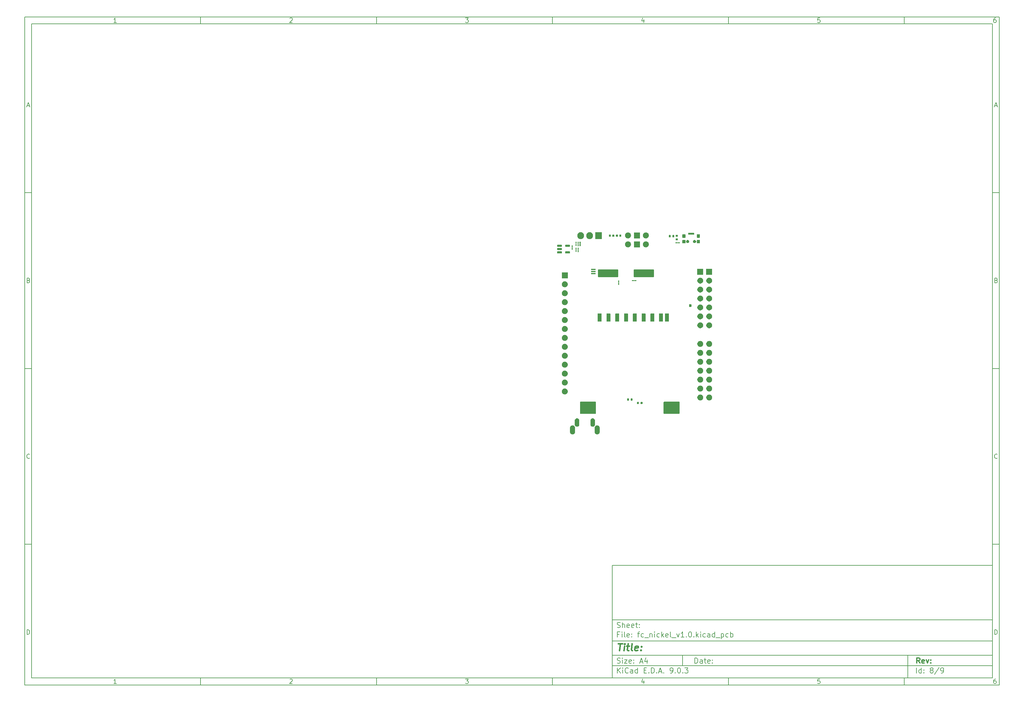
<source format=gbr>
%TF.GenerationSoftware,KiCad,Pcbnew,9.0.3*%
%TF.CreationDate,2025-07-26T10:56:30+05:30*%
%TF.ProjectId,fc_nickel_v1.0,66635f6e-6963-46b6-956c-5f76312e302e,rev?*%
%TF.SameCoordinates,Original*%
%TF.FileFunction,Soldermask,Bot*%
%TF.FilePolarity,Negative*%
%FSLAX46Y46*%
G04 Gerber Fmt 4.6, Leading zero omitted, Abs format (unit mm)*
G04 Created by KiCad (PCBNEW 9.0.3) date 2025-07-26 10:56:30*
%MOMM*%
%LPD*%
G01*
G04 APERTURE LIST*
%ADD10C,0.100000*%
%ADD11C,0.150000*%
%ADD12C,0.300000*%
%ADD13C,0.400000*%
G04 APERTURE END LIST*
D10*
D11*
X177002200Y-166007200D02*
X285002200Y-166007200D01*
X285002200Y-198007200D01*
X177002200Y-198007200D01*
X177002200Y-166007200D01*
D10*
D11*
X10000000Y-10000000D02*
X287002200Y-10000000D01*
X287002200Y-200007200D01*
X10000000Y-200007200D01*
X10000000Y-10000000D01*
D10*
D11*
X12000000Y-12000000D02*
X285002200Y-12000000D01*
X285002200Y-198007200D01*
X12000000Y-198007200D01*
X12000000Y-12000000D01*
D10*
D11*
X60000000Y-12000000D02*
X60000000Y-10000000D01*
D10*
D11*
X110000000Y-12000000D02*
X110000000Y-10000000D01*
D10*
D11*
X160000000Y-12000000D02*
X160000000Y-10000000D01*
D10*
D11*
X210000000Y-12000000D02*
X210000000Y-10000000D01*
D10*
D11*
X260000000Y-12000000D02*
X260000000Y-10000000D01*
D10*
D11*
X36089160Y-11593604D02*
X35346303Y-11593604D01*
X35717731Y-11593604D02*
X35717731Y-10293604D01*
X35717731Y-10293604D02*
X35593922Y-10479319D01*
X35593922Y-10479319D02*
X35470112Y-10603128D01*
X35470112Y-10603128D02*
X35346303Y-10665033D01*
D10*
D11*
X85346303Y-10417414D02*
X85408207Y-10355509D01*
X85408207Y-10355509D02*
X85532017Y-10293604D01*
X85532017Y-10293604D02*
X85841541Y-10293604D01*
X85841541Y-10293604D02*
X85965350Y-10355509D01*
X85965350Y-10355509D02*
X86027255Y-10417414D01*
X86027255Y-10417414D02*
X86089160Y-10541223D01*
X86089160Y-10541223D02*
X86089160Y-10665033D01*
X86089160Y-10665033D02*
X86027255Y-10850747D01*
X86027255Y-10850747D02*
X85284398Y-11593604D01*
X85284398Y-11593604D02*
X86089160Y-11593604D01*
D10*
D11*
X135284398Y-10293604D02*
X136089160Y-10293604D01*
X136089160Y-10293604D02*
X135655826Y-10788842D01*
X135655826Y-10788842D02*
X135841541Y-10788842D01*
X135841541Y-10788842D02*
X135965350Y-10850747D01*
X135965350Y-10850747D02*
X136027255Y-10912652D01*
X136027255Y-10912652D02*
X136089160Y-11036461D01*
X136089160Y-11036461D02*
X136089160Y-11345985D01*
X136089160Y-11345985D02*
X136027255Y-11469795D01*
X136027255Y-11469795D02*
X135965350Y-11531700D01*
X135965350Y-11531700D02*
X135841541Y-11593604D01*
X135841541Y-11593604D02*
X135470112Y-11593604D01*
X135470112Y-11593604D02*
X135346303Y-11531700D01*
X135346303Y-11531700D02*
X135284398Y-11469795D01*
D10*
D11*
X185965350Y-10726938D02*
X185965350Y-11593604D01*
X185655826Y-10231700D02*
X185346303Y-11160271D01*
X185346303Y-11160271D02*
X186151064Y-11160271D01*
D10*
D11*
X236027255Y-10293604D02*
X235408207Y-10293604D01*
X235408207Y-10293604D02*
X235346303Y-10912652D01*
X235346303Y-10912652D02*
X235408207Y-10850747D01*
X235408207Y-10850747D02*
X235532017Y-10788842D01*
X235532017Y-10788842D02*
X235841541Y-10788842D01*
X235841541Y-10788842D02*
X235965350Y-10850747D01*
X235965350Y-10850747D02*
X236027255Y-10912652D01*
X236027255Y-10912652D02*
X236089160Y-11036461D01*
X236089160Y-11036461D02*
X236089160Y-11345985D01*
X236089160Y-11345985D02*
X236027255Y-11469795D01*
X236027255Y-11469795D02*
X235965350Y-11531700D01*
X235965350Y-11531700D02*
X235841541Y-11593604D01*
X235841541Y-11593604D02*
X235532017Y-11593604D01*
X235532017Y-11593604D02*
X235408207Y-11531700D01*
X235408207Y-11531700D02*
X235346303Y-11469795D01*
D10*
D11*
X285965350Y-10293604D02*
X285717731Y-10293604D01*
X285717731Y-10293604D02*
X285593922Y-10355509D01*
X285593922Y-10355509D02*
X285532017Y-10417414D01*
X285532017Y-10417414D02*
X285408207Y-10603128D01*
X285408207Y-10603128D02*
X285346303Y-10850747D01*
X285346303Y-10850747D02*
X285346303Y-11345985D01*
X285346303Y-11345985D02*
X285408207Y-11469795D01*
X285408207Y-11469795D02*
X285470112Y-11531700D01*
X285470112Y-11531700D02*
X285593922Y-11593604D01*
X285593922Y-11593604D02*
X285841541Y-11593604D01*
X285841541Y-11593604D02*
X285965350Y-11531700D01*
X285965350Y-11531700D02*
X286027255Y-11469795D01*
X286027255Y-11469795D02*
X286089160Y-11345985D01*
X286089160Y-11345985D02*
X286089160Y-11036461D01*
X286089160Y-11036461D02*
X286027255Y-10912652D01*
X286027255Y-10912652D02*
X285965350Y-10850747D01*
X285965350Y-10850747D02*
X285841541Y-10788842D01*
X285841541Y-10788842D02*
X285593922Y-10788842D01*
X285593922Y-10788842D02*
X285470112Y-10850747D01*
X285470112Y-10850747D02*
X285408207Y-10912652D01*
X285408207Y-10912652D02*
X285346303Y-11036461D01*
D10*
D11*
X60000000Y-198007200D02*
X60000000Y-200007200D01*
D10*
D11*
X110000000Y-198007200D02*
X110000000Y-200007200D01*
D10*
D11*
X160000000Y-198007200D02*
X160000000Y-200007200D01*
D10*
D11*
X210000000Y-198007200D02*
X210000000Y-200007200D01*
D10*
D11*
X260000000Y-198007200D02*
X260000000Y-200007200D01*
D10*
D11*
X36089160Y-199600804D02*
X35346303Y-199600804D01*
X35717731Y-199600804D02*
X35717731Y-198300804D01*
X35717731Y-198300804D02*
X35593922Y-198486519D01*
X35593922Y-198486519D02*
X35470112Y-198610328D01*
X35470112Y-198610328D02*
X35346303Y-198672233D01*
D10*
D11*
X85346303Y-198424614D02*
X85408207Y-198362709D01*
X85408207Y-198362709D02*
X85532017Y-198300804D01*
X85532017Y-198300804D02*
X85841541Y-198300804D01*
X85841541Y-198300804D02*
X85965350Y-198362709D01*
X85965350Y-198362709D02*
X86027255Y-198424614D01*
X86027255Y-198424614D02*
X86089160Y-198548423D01*
X86089160Y-198548423D02*
X86089160Y-198672233D01*
X86089160Y-198672233D02*
X86027255Y-198857947D01*
X86027255Y-198857947D02*
X85284398Y-199600804D01*
X85284398Y-199600804D02*
X86089160Y-199600804D01*
D10*
D11*
X135284398Y-198300804D02*
X136089160Y-198300804D01*
X136089160Y-198300804D02*
X135655826Y-198796042D01*
X135655826Y-198796042D02*
X135841541Y-198796042D01*
X135841541Y-198796042D02*
X135965350Y-198857947D01*
X135965350Y-198857947D02*
X136027255Y-198919852D01*
X136027255Y-198919852D02*
X136089160Y-199043661D01*
X136089160Y-199043661D02*
X136089160Y-199353185D01*
X136089160Y-199353185D02*
X136027255Y-199476995D01*
X136027255Y-199476995D02*
X135965350Y-199538900D01*
X135965350Y-199538900D02*
X135841541Y-199600804D01*
X135841541Y-199600804D02*
X135470112Y-199600804D01*
X135470112Y-199600804D02*
X135346303Y-199538900D01*
X135346303Y-199538900D02*
X135284398Y-199476995D01*
D10*
D11*
X185965350Y-198734138D02*
X185965350Y-199600804D01*
X185655826Y-198238900D02*
X185346303Y-199167471D01*
X185346303Y-199167471D02*
X186151064Y-199167471D01*
D10*
D11*
X236027255Y-198300804D02*
X235408207Y-198300804D01*
X235408207Y-198300804D02*
X235346303Y-198919852D01*
X235346303Y-198919852D02*
X235408207Y-198857947D01*
X235408207Y-198857947D02*
X235532017Y-198796042D01*
X235532017Y-198796042D02*
X235841541Y-198796042D01*
X235841541Y-198796042D02*
X235965350Y-198857947D01*
X235965350Y-198857947D02*
X236027255Y-198919852D01*
X236027255Y-198919852D02*
X236089160Y-199043661D01*
X236089160Y-199043661D02*
X236089160Y-199353185D01*
X236089160Y-199353185D02*
X236027255Y-199476995D01*
X236027255Y-199476995D02*
X235965350Y-199538900D01*
X235965350Y-199538900D02*
X235841541Y-199600804D01*
X235841541Y-199600804D02*
X235532017Y-199600804D01*
X235532017Y-199600804D02*
X235408207Y-199538900D01*
X235408207Y-199538900D02*
X235346303Y-199476995D01*
D10*
D11*
X285965350Y-198300804D02*
X285717731Y-198300804D01*
X285717731Y-198300804D02*
X285593922Y-198362709D01*
X285593922Y-198362709D02*
X285532017Y-198424614D01*
X285532017Y-198424614D02*
X285408207Y-198610328D01*
X285408207Y-198610328D02*
X285346303Y-198857947D01*
X285346303Y-198857947D02*
X285346303Y-199353185D01*
X285346303Y-199353185D02*
X285408207Y-199476995D01*
X285408207Y-199476995D02*
X285470112Y-199538900D01*
X285470112Y-199538900D02*
X285593922Y-199600804D01*
X285593922Y-199600804D02*
X285841541Y-199600804D01*
X285841541Y-199600804D02*
X285965350Y-199538900D01*
X285965350Y-199538900D02*
X286027255Y-199476995D01*
X286027255Y-199476995D02*
X286089160Y-199353185D01*
X286089160Y-199353185D02*
X286089160Y-199043661D01*
X286089160Y-199043661D02*
X286027255Y-198919852D01*
X286027255Y-198919852D02*
X285965350Y-198857947D01*
X285965350Y-198857947D02*
X285841541Y-198796042D01*
X285841541Y-198796042D02*
X285593922Y-198796042D01*
X285593922Y-198796042D02*
X285470112Y-198857947D01*
X285470112Y-198857947D02*
X285408207Y-198919852D01*
X285408207Y-198919852D02*
X285346303Y-199043661D01*
D10*
D11*
X10000000Y-60000000D02*
X12000000Y-60000000D01*
D10*
D11*
X10000000Y-110000000D02*
X12000000Y-110000000D01*
D10*
D11*
X10000000Y-160000000D02*
X12000000Y-160000000D01*
D10*
D11*
X10690476Y-35222176D02*
X11309523Y-35222176D01*
X10566666Y-35593604D02*
X10999999Y-34293604D01*
X10999999Y-34293604D02*
X11433333Y-35593604D01*
D10*
D11*
X11092857Y-84912652D02*
X11278571Y-84974557D01*
X11278571Y-84974557D02*
X11340476Y-85036461D01*
X11340476Y-85036461D02*
X11402380Y-85160271D01*
X11402380Y-85160271D02*
X11402380Y-85345985D01*
X11402380Y-85345985D02*
X11340476Y-85469795D01*
X11340476Y-85469795D02*
X11278571Y-85531700D01*
X11278571Y-85531700D02*
X11154761Y-85593604D01*
X11154761Y-85593604D02*
X10659523Y-85593604D01*
X10659523Y-85593604D02*
X10659523Y-84293604D01*
X10659523Y-84293604D02*
X11092857Y-84293604D01*
X11092857Y-84293604D02*
X11216666Y-84355509D01*
X11216666Y-84355509D02*
X11278571Y-84417414D01*
X11278571Y-84417414D02*
X11340476Y-84541223D01*
X11340476Y-84541223D02*
X11340476Y-84665033D01*
X11340476Y-84665033D02*
X11278571Y-84788842D01*
X11278571Y-84788842D02*
X11216666Y-84850747D01*
X11216666Y-84850747D02*
X11092857Y-84912652D01*
X11092857Y-84912652D02*
X10659523Y-84912652D01*
D10*
D11*
X11402380Y-135469795D02*
X11340476Y-135531700D01*
X11340476Y-135531700D02*
X11154761Y-135593604D01*
X11154761Y-135593604D02*
X11030952Y-135593604D01*
X11030952Y-135593604D02*
X10845238Y-135531700D01*
X10845238Y-135531700D02*
X10721428Y-135407890D01*
X10721428Y-135407890D02*
X10659523Y-135284080D01*
X10659523Y-135284080D02*
X10597619Y-135036461D01*
X10597619Y-135036461D02*
X10597619Y-134850747D01*
X10597619Y-134850747D02*
X10659523Y-134603128D01*
X10659523Y-134603128D02*
X10721428Y-134479319D01*
X10721428Y-134479319D02*
X10845238Y-134355509D01*
X10845238Y-134355509D02*
X11030952Y-134293604D01*
X11030952Y-134293604D02*
X11154761Y-134293604D01*
X11154761Y-134293604D02*
X11340476Y-134355509D01*
X11340476Y-134355509D02*
X11402380Y-134417414D01*
D10*
D11*
X10659523Y-185593604D02*
X10659523Y-184293604D01*
X10659523Y-184293604D02*
X10969047Y-184293604D01*
X10969047Y-184293604D02*
X11154761Y-184355509D01*
X11154761Y-184355509D02*
X11278571Y-184479319D01*
X11278571Y-184479319D02*
X11340476Y-184603128D01*
X11340476Y-184603128D02*
X11402380Y-184850747D01*
X11402380Y-184850747D02*
X11402380Y-185036461D01*
X11402380Y-185036461D02*
X11340476Y-185284080D01*
X11340476Y-185284080D02*
X11278571Y-185407890D01*
X11278571Y-185407890D02*
X11154761Y-185531700D01*
X11154761Y-185531700D02*
X10969047Y-185593604D01*
X10969047Y-185593604D02*
X10659523Y-185593604D01*
D10*
D11*
X287002200Y-60000000D02*
X285002200Y-60000000D01*
D10*
D11*
X287002200Y-110000000D02*
X285002200Y-110000000D01*
D10*
D11*
X287002200Y-160000000D02*
X285002200Y-160000000D01*
D10*
D11*
X285692676Y-35222176D02*
X286311723Y-35222176D01*
X285568866Y-35593604D02*
X286002199Y-34293604D01*
X286002199Y-34293604D02*
X286435533Y-35593604D01*
D10*
D11*
X286095057Y-84912652D02*
X286280771Y-84974557D01*
X286280771Y-84974557D02*
X286342676Y-85036461D01*
X286342676Y-85036461D02*
X286404580Y-85160271D01*
X286404580Y-85160271D02*
X286404580Y-85345985D01*
X286404580Y-85345985D02*
X286342676Y-85469795D01*
X286342676Y-85469795D02*
X286280771Y-85531700D01*
X286280771Y-85531700D02*
X286156961Y-85593604D01*
X286156961Y-85593604D02*
X285661723Y-85593604D01*
X285661723Y-85593604D02*
X285661723Y-84293604D01*
X285661723Y-84293604D02*
X286095057Y-84293604D01*
X286095057Y-84293604D02*
X286218866Y-84355509D01*
X286218866Y-84355509D02*
X286280771Y-84417414D01*
X286280771Y-84417414D02*
X286342676Y-84541223D01*
X286342676Y-84541223D02*
X286342676Y-84665033D01*
X286342676Y-84665033D02*
X286280771Y-84788842D01*
X286280771Y-84788842D02*
X286218866Y-84850747D01*
X286218866Y-84850747D02*
X286095057Y-84912652D01*
X286095057Y-84912652D02*
X285661723Y-84912652D01*
D10*
D11*
X286404580Y-135469795D02*
X286342676Y-135531700D01*
X286342676Y-135531700D02*
X286156961Y-135593604D01*
X286156961Y-135593604D02*
X286033152Y-135593604D01*
X286033152Y-135593604D02*
X285847438Y-135531700D01*
X285847438Y-135531700D02*
X285723628Y-135407890D01*
X285723628Y-135407890D02*
X285661723Y-135284080D01*
X285661723Y-135284080D02*
X285599819Y-135036461D01*
X285599819Y-135036461D02*
X285599819Y-134850747D01*
X285599819Y-134850747D02*
X285661723Y-134603128D01*
X285661723Y-134603128D02*
X285723628Y-134479319D01*
X285723628Y-134479319D02*
X285847438Y-134355509D01*
X285847438Y-134355509D02*
X286033152Y-134293604D01*
X286033152Y-134293604D02*
X286156961Y-134293604D01*
X286156961Y-134293604D02*
X286342676Y-134355509D01*
X286342676Y-134355509D02*
X286404580Y-134417414D01*
D10*
D11*
X285661723Y-185593604D02*
X285661723Y-184293604D01*
X285661723Y-184293604D02*
X285971247Y-184293604D01*
X285971247Y-184293604D02*
X286156961Y-184355509D01*
X286156961Y-184355509D02*
X286280771Y-184479319D01*
X286280771Y-184479319D02*
X286342676Y-184603128D01*
X286342676Y-184603128D02*
X286404580Y-184850747D01*
X286404580Y-184850747D02*
X286404580Y-185036461D01*
X286404580Y-185036461D02*
X286342676Y-185284080D01*
X286342676Y-185284080D02*
X286280771Y-185407890D01*
X286280771Y-185407890D02*
X286156961Y-185531700D01*
X286156961Y-185531700D02*
X285971247Y-185593604D01*
X285971247Y-185593604D02*
X285661723Y-185593604D01*
D10*
D11*
X200458026Y-193793328D02*
X200458026Y-192293328D01*
X200458026Y-192293328D02*
X200815169Y-192293328D01*
X200815169Y-192293328D02*
X201029455Y-192364757D01*
X201029455Y-192364757D02*
X201172312Y-192507614D01*
X201172312Y-192507614D02*
X201243741Y-192650471D01*
X201243741Y-192650471D02*
X201315169Y-192936185D01*
X201315169Y-192936185D02*
X201315169Y-193150471D01*
X201315169Y-193150471D02*
X201243741Y-193436185D01*
X201243741Y-193436185D02*
X201172312Y-193579042D01*
X201172312Y-193579042D02*
X201029455Y-193721900D01*
X201029455Y-193721900D02*
X200815169Y-193793328D01*
X200815169Y-193793328D02*
X200458026Y-193793328D01*
X202600884Y-193793328D02*
X202600884Y-193007614D01*
X202600884Y-193007614D02*
X202529455Y-192864757D01*
X202529455Y-192864757D02*
X202386598Y-192793328D01*
X202386598Y-192793328D02*
X202100884Y-192793328D01*
X202100884Y-192793328D02*
X201958026Y-192864757D01*
X202600884Y-193721900D02*
X202458026Y-193793328D01*
X202458026Y-193793328D02*
X202100884Y-193793328D01*
X202100884Y-193793328D02*
X201958026Y-193721900D01*
X201958026Y-193721900D02*
X201886598Y-193579042D01*
X201886598Y-193579042D02*
X201886598Y-193436185D01*
X201886598Y-193436185D02*
X201958026Y-193293328D01*
X201958026Y-193293328D02*
X202100884Y-193221900D01*
X202100884Y-193221900D02*
X202458026Y-193221900D01*
X202458026Y-193221900D02*
X202600884Y-193150471D01*
X203100884Y-192793328D02*
X203672312Y-192793328D01*
X203315169Y-192293328D02*
X203315169Y-193579042D01*
X203315169Y-193579042D02*
X203386598Y-193721900D01*
X203386598Y-193721900D02*
X203529455Y-193793328D01*
X203529455Y-193793328D02*
X203672312Y-193793328D01*
X204743741Y-193721900D02*
X204600884Y-193793328D01*
X204600884Y-193793328D02*
X204315170Y-193793328D01*
X204315170Y-193793328D02*
X204172312Y-193721900D01*
X204172312Y-193721900D02*
X204100884Y-193579042D01*
X204100884Y-193579042D02*
X204100884Y-193007614D01*
X204100884Y-193007614D02*
X204172312Y-192864757D01*
X204172312Y-192864757D02*
X204315170Y-192793328D01*
X204315170Y-192793328D02*
X204600884Y-192793328D01*
X204600884Y-192793328D02*
X204743741Y-192864757D01*
X204743741Y-192864757D02*
X204815170Y-193007614D01*
X204815170Y-193007614D02*
X204815170Y-193150471D01*
X204815170Y-193150471D02*
X204100884Y-193293328D01*
X205458026Y-193650471D02*
X205529455Y-193721900D01*
X205529455Y-193721900D02*
X205458026Y-193793328D01*
X205458026Y-193793328D02*
X205386598Y-193721900D01*
X205386598Y-193721900D02*
X205458026Y-193650471D01*
X205458026Y-193650471D02*
X205458026Y-193793328D01*
X205458026Y-192864757D02*
X205529455Y-192936185D01*
X205529455Y-192936185D02*
X205458026Y-193007614D01*
X205458026Y-193007614D02*
X205386598Y-192936185D01*
X205386598Y-192936185D02*
X205458026Y-192864757D01*
X205458026Y-192864757D02*
X205458026Y-193007614D01*
D10*
D11*
X177002200Y-194507200D02*
X285002200Y-194507200D01*
D10*
D11*
X178458026Y-196593328D02*
X178458026Y-195093328D01*
X179315169Y-196593328D02*
X178672312Y-195736185D01*
X179315169Y-195093328D02*
X178458026Y-195950471D01*
X179958026Y-196593328D02*
X179958026Y-195593328D01*
X179958026Y-195093328D02*
X179886598Y-195164757D01*
X179886598Y-195164757D02*
X179958026Y-195236185D01*
X179958026Y-195236185D02*
X180029455Y-195164757D01*
X180029455Y-195164757D02*
X179958026Y-195093328D01*
X179958026Y-195093328D02*
X179958026Y-195236185D01*
X181529455Y-196450471D02*
X181458027Y-196521900D01*
X181458027Y-196521900D02*
X181243741Y-196593328D01*
X181243741Y-196593328D02*
X181100884Y-196593328D01*
X181100884Y-196593328D02*
X180886598Y-196521900D01*
X180886598Y-196521900D02*
X180743741Y-196379042D01*
X180743741Y-196379042D02*
X180672312Y-196236185D01*
X180672312Y-196236185D02*
X180600884Y-195950471D01*
X180600884Y-195950471D02*
X180600884Y-195736185D01*
X180600884Y-195736185D02*
X180672312Y-195450471D01*
X180672312Y-195450471D02*
X180743741Y-195307614D01*
X180743741Y-195307614D02*
X180886598Y-195164757D01*
X180886598Y-195164757D02*
X181100884Y-195093328D01*
X181100884Y-195093328D02*
X181243741Y-195093328D01*
X181243741Y-195093328D02*
X181458027Y-195164757D01*
X181458027Y-195164757D02*
X181529455Y-195236185D01*
X182815170Y-196593328D02*
X182815170Y-195807614D01*
X182815170Y-195807614D02*
X182743741Y-195664757D01*
X182743741Y-195664757D02*
X182600884Y-195593328D01*
X182600884Y-195593328D02*
X182315170Y-195593328D01*
X182315170Y-195593328D02*
X182172312Y-195664757D01*
X182815170Y-196521900D02*
X182672312Y-196593328D01*
X182672312Y-196593328D02*
X182315170Y-196593328D01*
X182315170Y-196593328D02*
X182172312Y-196521900D01*
X182172312Y-196521900D02*
X182100884Y-196379042D01*
X182100884Y-196379042D02*
X182100884Y-196236185D01*
X182100884Y-196236185D02*
X182172312Y-196093328D01*
X182172312Y-196093328D02*
X182315170Y-196021900D01*
X182315170Y-196021900D02*
X182672312Y-196021900D01*
X182672312Y-196021900D02*
X182815170Y-195950471D01*
X184172313Y-196593328D02*
X184172313Y-195093328D01*
X184172313Y-196521900D02*
X184029455Y-196593328D01*
X184029455Y-196593328D02*
X183743741Y-196593328D01*
X183743741Y-196593328D02*
X183600884Y-196521900D01*
X183600884Y-196521900D02*
X183529455Y-196450471D01*
X183529455Y-196450471D02*
X183458027Y-196307614D01*
X183458027Y-196307614D02*
X183458027Y-195879042D01*
X183458027Y-195879042D02*
X183529455Y-195736185D01*
X183529455Y-195736185D02*
X183600884Y-195664757D01*
X183600884Y-195664757D02*
X183743741Y-195593328D01*
X183743741Y-195593328D02*
X184029455Y-195593328D01*
X184029455Y-195593328D02*
X184172313Y-195664757D01*
X186029455Y-195807614D02*
X186529455Y-195807614D01*
X186743741Y-196593328D02*
X186029455Y-196593328D01*
X186029455Y-196593328D02*
X186029455Y-195093328D01*
X186029455Y-195093328D02*
X186743741Y-195093328D01*
X187386598Y-196450471D02*
X187458027Y-196521900D01*
X187458027Y-196521900D02*
X187386598Y-196593328D01*
X187386598Y-196593328D02*
X187315170Y-196521900D01*
X187315170Y-196521900D02*
X187386598Y-196450471D01*
X187386598Y-196450471D02*
X187386598Y-196593328D01*
X188100884Y-196593328D02*
X188100884Y-195093328D01*
X188100884Y-195093328D02*
X188458027Y-195093328D01*
X188458027Y-195093328D02*
X188672313Y-195164757D01*
X188672313Y-195164757D02*
X188815170Y-195307614D01*
X188815170Y-195307614D02*
X188886599Y-195450471D01*
X188886599Y-195450471D02*
X188958027Y-195736185D01*
X188958027Y-195736185D02*
X188958027Y-195950471D01*
X188958027Y-195950471D02*
X188886599Y-196236185D01*
X188886599Y-196236185D02*
X188815170Y-196379042D01*
X188815170Y-196379042D02*
X188672313Y-196521900D01*
X188672313Y-196521900D02*
X188458027Y-196593328D01*
X188458027Y-196593328D02*
X188100884Y-196593328D01*
X189600884Y-196450471D02*
X189672313Y-196521900D01*
X189672313Y-196521900D02*
X189600884Y-196593328D01*
X189600884Y-196593328D02*
X189529456Y-196521900D01*
X189529456Y-196521900D02*
X189600884Y-196450471D01*
X189600884Y-196450471D02*
X189600884Y-196593328D01*
X190243742Y-196164757D02*
X190958028Y-196164757D01*
X190100885Y-196593328D02*
X190600885Y-195093328D01*
X190600885Y-195093328D02*
X191100885Y-196593328D01*
X191600884Y-196450471D02*
X191672313Y-196521900D01*
X191672313Y-196521900D02*
X191600884Y-196593328D01*
X191600884Y-196593328D02*
X191529456Y-196521900D01*
X191529456Y-196521900D02*
X191600884Y-196450471D01*
X191600884Y-196450471D02*
X191600884Y-196593328D01*
X193529456Y-196593328D02*
X193815170Y-196593328D01*
X193815170Y-196593328D02*
X193958027Y-196521900D01*
X193958027Y-196521900D02*
X194029456Y-196450471D01*
X194029456Y-196450471D02*
X194172313Y-196236185D01*
X194172313Y-196236185D02*
X194243742Y-195950471D01*
X194243742Y-195950471D02*
X194243742Y-195379042D01*
X194243742Y-195379042D02*
X194172313Y-195236185D01*
X194172313Y-195236185D02*
X194100885Y-195164757D01*
X194100885Y-195164757D02*
X193958027Y-195093328D01*
X193958027Y-195093328D02*
X193672313Y-195093328D01*
X193672313Y-195093328D02*
X193529456Y-195164757D01*
X193529456Y-195164757D02*
X193458027Y-195236185D01*
X193458027Y-195236185D02*
X193386599Y-195379042D01*
X193386599Y-195379042D02*
X193386599Y-195736185D01*
X193386599Y-195736185D02*
X193458027Y-195879042D01*
X193458027Y-195879042D02*
X193529456Y-195950471D01*
X193529456Y-195950471D02*
X193672313Y-196021900D01*
X193672313Y-196021900D02*
X193958027Y-196021900D01*
X193958027Y-196021900D02*
X194100885Y-195950471D01*
X194100885Y-195950471D02*
X194172313Y-195879042D01*
X194172313Y-195879042D02*
X194243742Y-195736185D01*
X194886598Y-196450471D02*
X194958027Y-196521900D01*
X194958027Y-196521900D02*
X194886598Y-196593328D01*
X194886598Y-196593328D02*
X194815170Y-196521900D01*
X194815170Y-196521900D02*
X194886598Y-196450471D01*
X194886598Y-196450471D02*
X194886598Y-196593328D01*
X195886599Y-195093328D02*
X196029456Y-195093328D01*
X196029456Y-195093328D02*
X196172313Y-195164757D01*
X196172313Y-195164757D02*
X196243742Y-195236185D01*
X196243742Y-195236185D02*
X196315170Y-195379042D01*
X196315170Y-195379042D02*
X196386599Y-195664757D01*
X196386599Y-195664757D02*
X196386599Y-196021900D01*
X196386599Y-196021900D02*
X196315170Y-196307614D01*
X196315170Y-196307614D02*
X196243742Y-196450471D01*
X196243742Y-196450471D02*
X196172313Y-196521900D01*
X196172313Y-196521900D02*
X196029456Y-196593328D01*
X196029456Y-196593328D02*
X195886599Y-196593328D01*
X195886599Y-196593328D02*
X195743742Y-196521900D01*
X195743742Y-196521900D02*
X195672313Y-196450471D01*
X195672313Y-196450471D02*
X195600884Y-196307614D01*
X195600884Y-196307614D02*
X195529456Y-196021900D01*
X195529456Y-196021900D02*
X195529456Y-195664757D01*
X195529456Y-195664757D02*
X195600884Y-195379042D01*
X195600884Y-195379042D02*
X195672313Y-195236185D01*
X195672313Y-195236185D02*
X195743742Y-195164757D01*
X195743742Y-195164757D02*
X195886599Y-195093328D01*
X197029455Y-196450471D02*
X197100884Y-196521900D01*
X197100884Y-196521900D02*
X197029455Y-196593328D01*
X197029455Y-196593328D02*
X196958027Y-196521900D01*
X196958027Y-196521900D02*
X197029455Y-196450471D01*
X197029455Y-196450471D02*
X197029455Y-196593328D01*
X197600884Y-195093328D02*
X198529456Y-195093328D01*
X198529456Y-195093328D02*
X198029456Y-195664757D01*
X198029456Y-195664757D02*
X198243741Y-195664757D01*
X198243741Y-195664757D02*
X198386599Y-195736185D01*
X198386599Y-195736185D02*
X198458027Y-195807614D01*
X198458027Y-195807614D02*
X198529456Y-195950471D01*
X198529456Y-195950471D02*
X198529456Y-196307614D01*
X198529456Y-196307614D02*
X198458027Y-196450471D01*
X198458027Y-196450471D02*
X198386599Y-196521900D01*
X198386599Y-196521900D02*
X198243741Y-196593328D01*
X198243741Y-196593328D02*
X197815170Y-196593328D01*
X197815170Y-196593328D02*
X197672313Y-196521900D01*
X197672313Y-196521900D02*
X197600884Y-196450471D01*
D10*
D11*
X177002200Y-191507200D02*
X285002200Y-191507200D01*
D10*
D12*
X264413853Y-193785528D02*
X263913853Y-193071242D01*
X263556710Y-193785528D02*
X263556710Y-192285528D01*
X263556710Y-192285528D02*
X264128139Y-192285528D01*
X264128139Y-192285528D02*
X264270996Y-192356957D01*
X264270996Y-192356957D02*
X264342425Y-192428385D01*
X264342425Y-192428385D02*
X264413853Y-192571242D01*
X264413853Y-192571242D02*
X264413853Y-192785528D01*
X264413853Y-192785528D02*
X264342425Y-192928385D01*
X264342425Y-192928385D02*
X264270996Y-192999814D01*
X264270996Y-192999814D02*
X264128139Y-193071242D01*
X264128139Y-193071242D02*
X263556710Y-193071242D01*
X265628139Y-193714100D02*
X265485282Y-193785528D01*
X265485282Y-193785528D02*
X265199568Y-193785528D01*
X265199568Y-193785528D02*
X265056710Y-193714100D01*
X265056710Y-193714100D02*
X264985282Y-193571242D01*
X264985282Y-193571242D02*
X264985282Y-192999814D01*
X264985282Y-192999814D02*
X265056710Y-192856957D01*
X265056710Y-192856957D02*
X265199568Y-192785528D01*
X265199568Y-192785528D02*
X265485282Y-192785528D01*
X265485282Y-192785528D02*
X265628139Y-192856957D01*
X265628139Y-192856957D02*
X265699568Y-192999814D01*
X265699568Y-192999814D02*
X265699568Y-193142671D01*
X265699568Y-193142671D02*
X264985282Y-193285528D01*
X266199567Y-192785528D02*
X266556710Y-193785528D01*
X266556710Y-193785528D02*
X266913853Y-192785528D01*
X267485281Y-193642671D02*
X267556710Y-193714100D01*
X267556710Y-193714100D02*
X267485281Y-193785528D01*
X267485281Y-193785528D02*
X267413853Y-193714100D01*
X267413853Y-193714100D02*
X267485281Y-193642671D01*
X267485281Y-193642671D02*
X267485281Y-193785528D01*
X267485281Y-192856957D02*
X267556710Y-192928385D01*
X267556710Y-192928385D02*
X267485281Y-192999814D01*
X267485281Y-192999814D02*
X267413853Y-192928385D01*
X267413853Y-192928385D02*
X267485281Y-192856957D01*
X267485281Y-192856957D02*
X267485281Y-192999814D01*
D10*
D11*
X178386598Y-193721900D02*
X178600884Y-193793328D01*
X178600884Y-193793328D02*
X178958026Y-193793328D01*
X178958026Y-193793328D02*
X179100884Y-193721900D01*
X179100884Y-193721900D02*
X179172312Y-193650471D01*
X179172312Y-193650471D02*
X179243741Y-193507614D01*
X179243741Y-193507614D02*
X179243741Y-193364757D01*
X179243741Y-193364757D02*
X179172312Y-193221900D01*
X179172312Y-193221900D02*
X179100884Y-193150471D01*
X179100884Y-193150471D02*
X178958026Y-193079042D01*
X178958026Y-193079042D02*
X178672312Y-193007614D01*
X178672312Y-193007614D02*
X178529455Y-192936185D01*
X178529455Y-192936185D02*
X178458026Y-192864757D01*
X178458026Y-192864757D02*
X178386598Y-192721900D01*
X178386598Y-192721900D02*
X178386598Y-192579042D01*
X178386598Y-192579042D02*
X178458026Y-192436185D01*
X178458026Y-192436185D02*
X178529455Y-192364757D01*
X178529455Y-192364757D02*
X178672312Y-192293328D01*
X178672312Y-192293328D02*
X179029455Y-192293328D01*
X179029455Y-192293328D02*
X179243741Y-192364757D01*
X179886597Y-193793328D02*
X179886597Y-192793328D01*
X179886597Y-192293328D02*
X179815169Y-192364757D01*
X179815169Y-192364757D02*
X179886597Y-192436185D01*
X179886597Y-192436185D02*
X179958026Y-192364757D01*
X179958026Y-192364757D02*
X179886597Y-192293328D01*
X179886597Y-192293328D02*
X179886597Y-192436185D01*
X180458026Y-192793328D02*
X181243741Y-192793328D01*
X181243741Y-192793328D02*
X180458026Y-193793328D01*
X180458026Y-193793328D02*
X181243741Y-193793328D01*
X182386598Y-193721900D02*
X182243741Y-193793328D01*
X182243741Y-193793328D02*
X181958027Y-193793328D01*
X181958027Y-193793328D02*
X181815169Y-193721900D01*
X181815169Y-193721900D02*
X181743741Y-193579042D01*
X181743741Y-193579042D02*
X181743741Y-193007614D01*
X181743741Y-193007614D02*
X181815169Y-192864757D01*
X181815169Y-192864757D02*
X181958027Y-192793328D01*
X181958027Y-192793328D02*
X182243741Y-192793328D01*
X182243741Y-192793328D02*
X182386598Y-192864757D01*
X182386598Y-192864757D02*
X182458027Y-193007614D01*
X182458027Y-193007614D02*
X182458027Y-193150471D01*
X182458027Y-193150471D02*
X181743741Y-193293328D01*
X183100883Y-193650471D02*
X183172312Y-193721900D01*
X183172312Y-193721900D02*
X183100883Y-193793328D01*
X183100883Y-193793328D02*
X183029455Y-193721900D01*
X183029455Y-193721900D02*
X183100883Y-193650471D01*
X183100883Y-193650471D02*
X183100883Y-193793328D01*
X183100883Y-192864757D02*
X183172312Y-192936185D01*
X183172312Y-192936185D02*
X183100883Y-193007614D01*
X183100883Y-193007614D02*
X183029455Y-192936185D01*
X183029455Y-192936185D02*
X183100883Y-192864757D01*
X183100883Y-192864757D02*
X183100883Y-193007614D01*
X184886598Y-193364757D02*
X185600884Y-193364757D01*
X184743741Y-193793328D02*
X185243741Y-192293328D01*
X185243741Y-192293328D02*
X185743741Y-193793328D01*
X186886598Y-192793328D02*
X186886598Y-193793328D01*
X186529455Y-192221900D02*
X186172312Y-193293328D01*
X186172312Y-193293328D02*
X187100883Y-193293328D01*
D10*
D11*
X263458026Y-196593328D02*
X263458026Y-195093328D01*
X264815170Y-196593328D02*
X264815170Y-195093328D01*
X264815170Y-196521900D02*
X264672312Y-196593328D01*
X264672312Y-196593328D02*
X264386598Y-196593328D01*
X264386598Y-196593328D02*
X264243741Y-196521900D01*
X264243741Y-196521900D02*
X264172312Y-196450471D01*
X264172312Y-196450471D02*
X264100884Y-196307614D01*
X264100884Y-196307614D02*
X264100884Y-195879042D01*
X264100884Y-195879042D02*
X264172312Y-195736185D01*
X264172312Y-195736185D02*
X264243741Y-195664757D01*
X264243741Y-195664757D02*
X264386598Y-195593328D01*
X264386598Y-195593328D02*
X264672312Y-195593328D01*
X264672312Y-195593328D02*
X264815170Y-195664757D01*
X265529455Y-196450471D02*
X265600884Y-196521900D01*
X265600884Y-196521900D02*
X265529455Y-196593328D01*
X265529455Y-196593328D02*
X265458027Y-196521900D01*
X265458027Y-196521900D02*
X265529455Y-196450471D01*
X265529455Y-196450471D02*
X265529455Y-196593328D01*
X265529455Y-195664757D02*
X265600884Y-195736185D01*
X265600884Y-195736185D02*
X265529455Y-195807614D01*
X265529455Y-195807614D02*
X265458027Y-195736185D01*
X265458027Y-195736185D02*
X265529455Y-195664757D01*
X265529455Y-195664757D02*
X265529455Y-195807614D01*
X267600884Y-195736185D02*
X267458027Y-195664757D01*
X267458027Y-195664757D02*
X267386598Y-195593328D01*
X267386598Y-195593328D02*
X267315170Y-195450471D01*
X267315170Y-195450471D02*
X267315170Y-195379042D01*
X267315170Y-195379042D02*
X267386598Y-195236185D01*
X267386598Y-195236185D02*
X267458027Y-195164757D01*
X267458027Y-195164757D02*
X267600884Y-195093328D01*
X267600884Y-195093328D02*
X267886598Y-195093328D01*
X267886598Y-195093328D02*
X268029456Y-195164757D01*
X268029456Y-195164757D02*
X268100884Y-195236185D01*
X268100884Y-195236185D02*
X268172313Y-195379042D01*
X268172313Y-195379042D02*
X268172313Y-195450471D01*
X268172313Y-195450471D02*
X268100884Y-195593328D01*
X268100884Y-195593328D02*
X268029456Y-195664757D01*
X268029456Y-195664757D02*
X267886598Y-195736185D01*
X267886598Y-195736185D02*
X267600884Y-195736185D01*
X267600884Y-195736185D02*
X267458027Y-195807614D01*
X267458027Y-195807614D02*
X267386598Y-195879042D01*
X267386598Y-195879042D02*
X267315170Y-196021900D01*
X267315170Y-196021900D02*
X267315170Y-196307614D01*
X267315170Y-196307614D02*
X267386598Y-196450471D01*
X267386598Y-196450471D02*
X267458027Y-196521900D01*
X267458027Y-196521900D02*
X267600884Y-196593328D01*
X267600884Y-196593328D02*
X267886598Y-196593328D01*
X267886598Y-196593328D02*
X268029456Y-196521900D01*
X268029456Y-196521900D02*
X268100884Y-196450471D01*
X268100884Y-196450471D02*
X268172313Y-196307614D01*
X268172313Y-196307614D02*
X268172313Y-196021900D01*
X268172313Y-196021900D02*
X268100884Y-195879042D01*
X268100884Y-195879042D02*
X268029456Y-195807614D01*
X268029456Y-195807614D02*
X267886598Y-195736185D01*
X269886598Y-195021900D02*
X268600884Y-196950471D01*
X270458027Y-196593328D02*
X270743741Y-196593328D01*
X270743741Y-196593328D02*
X270886598Y-196521900D01*
X270886598Y-196521900D02*
X270958027Y-196450471D01*
X270958027Y-196450471D02*
X271100884Y-196236185D01*
X271100884Y-196236185D02*
X271172313Y-195950471D01*
X271172313Y-195950471D02*
X271172313Y-195379042D01*
X271172313Y-195379042D02*
X271100884Y-195236185D01*
X271100884Y-195236185D02*
X271029456Y-195164757D01*
X271029456Y-195164757D02*
X270886598Y-195093328D01*
X270886598Y-195093328D02*
X270600884Y-195093328D01*
X270600884Y-195093328D02*
X270458027Y-195164757D01*
X270458027Y-195164757D02*
X270386598Y-195236185D01*
X270386598Y-195236185D02*
X270315170Y-195379042D01*
X270315170Y-195379042D02*
X270315170Y-195736185D01*
X270315170Y-195736185D02*
X270386598Y-195879042D01*
X270386598Y-195879042D02*
X270458027Y-195950471D01*
X270458027Y-195950471D02*
X270600884Y-196021900D01*
X270600884Y-196021900D02*
X270886598Y-196021900D01*
X270886598Y-196021900D02*
X271029456Y-195950471D01*
X271029456Y-195950471D02*
X271100884Y-195879042D01*
X271100884Y-195879042D02*
X271172313Y-195736185D01*
D10*
D11*
X177002200Y-187507200D02*
X285002200Y-187507200D01*
D10*
D13*
X178693928Y-188211638D02*
X179836785Y-188211638D01*
X179015357Y-190211638D02*
X179265357Y-188211638D01*
X180253452Y-190211638D02*
X180420119Y-188878304D01*
X180503452Y-188211638D02*
X180396309Y-188306876D01*
X180396309Y-188306876D02*
X180479643Y-188402114D01*
X180479643Y-188402114D02*
X180586786Y-188306876D01*
X180586786Y-188306876D02*
X180503452Y-188211638D01*
X180503452Y-188211638D02*
X180479643Y-188402114D01*
X181086786Y-188878304D02*
X181848690Y-188878304D01*
X181455833Y-188211638D02*
X181241548Y-189925923D01*
X181241548Y-189925923D02*
X181312976Y-190116400D01*
X181312976Y-190116400D02*
X181491548Y-190211638D01*
X181491548Y-190211638D02*
X181682024Y-190211638D01*
X182634405Y-190211638D02*
X182455833Y-190116400D01*
X182455833Y-190116400D02*
X182384405Y-189925923D01*
X182384405Y-189925923D02*
X182598690Y-188211638D01*
X184170119Y-190116400D02*
X183967738Y-190211638D01*
X183967738Y-190211638D02*
X183586785Y-190211638D01*
X183586785Y-190211638D02*
X183408214Y-190116400D01*
X183408214Y-190116400D02*
X183336785Y-189925923D01*
X183336785Y-189925923D02*
X183432024Y-189164019D01*
X183432024Y-189164019D02*
X183551071Y-188973542D01*
X183551071Y-188973542D02*
X183753452Y-188878304D01*
X183753452Y-188878304D02*
X184134404Y-188878304D01*
X184134404Y-188878304D02*
X184312976Y-188973542D01*
X184312976Y-188973542D02*
X184384404Y-189164019D01*
X184384404Y-189164019D02*
X184360595Y-189354495D01*
X184360595Y-189354495D02*
X183384404Y-189544971D01*
X185134405Y-190021161D02*
X185217738Y-190116400D01*
X185217738Y-190116400D02*
X185110595Y-190211638D01*
X185110595Y-190211638D02*
X185027262Y-190116400D01*
X185027262Y-190116400D02*
X185134405Y-190021161D01*
X185134405Y-190021161D02*
X185110595Y-190211638D01*
X185265357Y-188973542D02*
X185348690Y-189068780D01*
X185348690Y-189068780D02*
X185241548Y-189164019D01*
X185241548Y-189164019D02*
X185158214Y-189068780D01*
X185158214Y-189068780D02*
X185265357Y-188973542D01*
X185265357Y-188973542D02*
X185241548Y-189164019D01*
D10*
D11*
X178958026Y-185607614D02*
X178458026Y-185607614D01*
X178458026Y-186393328D02*
X178458026Y-184893328D01*
X178458026Y-184893328D02*
X179172312Y-184893328D01*
X179743740Y-186393328D02*
X179743740Y-185393328D01*
X179743740Y-184893328D02*
X179672312Y-184964757D01*
X179672312Y-184964757D02*
X179743740Y-185036185D01*
X179743740Y-185036185D02*
X179815169Y-184964757D01*
X179815169Y-184964757D02*
X179743740Y-184893328D01*
X179743740Y-184893328D02*
X179743740Y-185036185D01*
X180672312Y-186393328D02*
X180529455Y-186321900D01*
X180529455Y-186321900D02*
X180458026Y-186179042D01*
X180458026Y-186179042D02*
X180458026Y-184893328D01*
X181815169Y-186321900D02*
X181672312Y-186393328D01*
X181672312Y-186393328D02*
X181386598Y-186393328D01*
X181386598Y-186393328D02*
X181243740Y-186321900D01*
X181243740Y-186321900D02*
X181172312Y-186179042D01*
X181172312Y-186179042D02*
X181172312Y-185607614D01*
X181172312Y-185607614D02*
X181243740Y-185464757D01*
X181243740Y-185464757D02*
X181386598Y-185393328D01*
X181386598Y-185393328D02*
X181672312Y-185393328D01*
X181672312Y-185393328D02*
X181815169Y-185464757D01*
X181815169Y-185464757D02*
X181886598Y-185607614D01*
X181886598Y-185607614D02*
X181886598Y-185750471D01*
X181886598Y-185750471D02*
X181172312Y-185893328D01*
X182529454Y-186250471D02*
X182600883Y-186321900D01*
X182600883Y-186321900D02*
X182529454Y-186393328D01*
X182529454Y-186393328D02*
X182458026Y-186321900D01*
X182458026Y-186321900D02*
X182529454Y-186250471D01*
X182529454Y-186250471D02*
X182529454Y-186393328D01*
X182529454Y-185464757D02*
X182600883Y-185536185D01*
X182600883Y-185536185D02*
X182529454Y-185607614D01*
X182529454Y-185607614D02*
X182458026Y-185536185D01*
X182458026Y-185536185D02*
X182529454Y-185464757D01*
X182529454Y-185464757D02*
X182529454Y-185607614D01*
X184172312Y-185393328D02*
X184743740Y-185393328D01*
X184386597Y-186393328D02*
X184386597Y-185107614D01*
X184386597Y-185107614D02*
X184458026Y-184964757D01*
X184458026Y-184964757D02*
X184600883Y-184893328D01*
X184600883Y-184893328D02*
X184743740Y-184893328D01*
X185886598Y-186321900D02*
X185743740Y-186393328D01*
X185743740Y-186393328D02*
X185458026Y-186393328D01*
X185458026Y-186393328D02*
X185315169Y-186321900D01*
X185315169Y-186321900D02*
X185243740Y-186250471D01*
X185243740Y-186250471D02*
X185172312Y-186107614D01*
X185172312Y-186107614D02*
X185172312Y-185679042D01*
X185172312Y-185679042D02*
X185243740Y-185536185D01*
X185243740Y-185536185D02*
X185315169Y-185464757D01*
X185315169Y-185464757D02*
X185458026Y-185393328D01*
X185458026Y-185393328D02*
X185743740Y-185393328D01*
X185743740Y-185393328D02*
X185886598Y-185464757D01*
X186172312Y-186536185D02*
X187315169Y-186536185D01*
X187672311Y-185393328D02*
X187672311Y-186393328D01*
X187672311Y-185536185D02*
X187743740Y-185464757D01*
X187743740Y-185464757D02*
X187886597Y-185393328D01*
X187886597Y-185393328D02*
X188100883Y-185393328D01*
X188100883Y-185393328D02*
X188243740Y-185464757D01*
X188243740Y-185464757D02*
X188315169Y-185607614D01*
X188315169Y-185607614D02*
X188315169Y-186393328D01*
X189029454Y-186393328D02*
X189029454Y-185393328D01*
X189029454Y-184893328D02*
X188958026Y-184964757D01*
X188958026Y-184964757D02*
X189029454Y-185036185D01*
X189029454Y-185036185D02*
X189100883Y-184964757D01*
X189100883Y-184964757D02*
X189029454Y-184893328D01*
X189029454Y-184893328D02*
X189029454Y-185036185D01*
X190386598Y-186321900D02*
X190243740Y-186393328D01*
X190243740Y-186393328D02*
X189958026Y-186393328D01*
X189958026Y-186393328D02*
X189815169Y-186321900D01*
X189815169Y-186321900D02*
X189743740Y-186250471D01*
X189743740Y-186250471D02*
X189672312Y-186107614D01*
X189672312Y-186107614D02*
X189672312Y-185679042D01*
X189672312Y-185679042D02*
X189743740Y-185536185D01*
X189743740Y-185536185D02*
X189815169Y-185464757D01*
X189815169Y-185464757D02*
X189958026Y-185393328D01*
X189958026Y-185393328D02*
X190243740Y-185393328D01*
X190243740Y-185393328D02*
X190386598Y-185464757D01*
X191029454Y-186393328D02*
X191029454Y-184893328D01*
X191172312Y-185821900D02*
X191600883Y-186393328D01*
X191600883Y-185393328D02*
X191029454Y-185964757D01*
X192815169Y-186321900D02*
X192672312Y-186393328D01*
X192672312Y-186393328D02*
X192386598Y-186393328D01*
X192386598Y-186393328D02*
X192243740Y-186321900D01*
X192243740Y-186321900D02*
X192172312Y-186179042D01*
X192172312Y-186179042D02*
X192172312Y-185607614D01*
X192172312Y-185607614D02*
X192243740Y-185464757D01*
X192243740Y-185464757D02*
X192386598Y-185393328D01*
X192386598Y-185393328D02*
X192672312Y-185393328D01*
X192672312Y-185393328D02*
X192815169Y-185464757D01*
X192815169Y-185464757D02*
X192886598Y-185607614D01*
X192886598Y-185607614D02*
X192886598Y-185750471D01*
X192886598Y-185750471D02*
X192172312Y-185893328D01*
X193743740Y-186393328D02*
X193600883Y-186321900D01*
X193600883Y-186321900D02*
X193529454Y-186179042D01*
X193529454Y-186179042D02*
X193529454Y-184893328D01*
X193958026Y-186536185D02*
X195100883Y-186536185D01*
X195315168Y-185393328D02*
X195672311Y-186393328D01*
X195672311Y-186393328D02*
X196029454Y-185393328D01*
X197386597Y-186393328D02*
X196529454Y-186393328D01*
X196958025Y-186393328D02*
X196958025Y-184893328D01*
X196958025Y-184893328D02*
X196815168Y-185107614D01*
X196815168Y-185107614D02*
X196672311Y-185250471D01*
X196672311Y-185250471D02*
X196529454Y-185321900D01*
X198029453Y-186250471D02*
X198100882Y-186321900D01*
X198100882Y-186321900D02*
X198029453Y-186393328D01*
X198029453Y-186393328D02*
X197958025Y-186321900D01*
X197958025Y-186321900D02*
X198029453Y-186250471D01*
X198029453Y-186250471D02*
X198029453Y-186393328D01*
X199029454Y-184893328D02*
X199172311Y-184893328D01*
X199172311Y-184893328D02*
X199315168Y-184964757D01*
X199315168Y-184964757D02*
X199386597Y-185036185D01*
X199386597Y-185036185D02*
X199458025Y-185179042D01*
X199458025Y-185179042D02*
X199529454Y-185464757D01*
X199529454Y-185464757D02*
X199529454Y-185821900D01*
X199529454Y-185821900D02*
X199458025Y-186107614D01*
X199458025Y-186107614D02*
X199386597Y-186250471D01*
X199386597Y-186250471D02*
X199315168Y-186321900D01*
X199315168Y-186321900D02*
X199172311Y-186393328D01*
X199172311Y-186393328D02*
X199029454Y-186393328D01*
X199029454Y-186393328D02*
X198886597Y-186321900D01*
X198886597Y-186321900D02*
X198815168Y-186250471D01*
X198815168Y-186250471D02*
X198743739Y-186107614D01*
X198743739Y-186107614D02*
X198672311Y-185821900D01*
X198672311Y-185821900D02*
X198672311Y-185464757D01*
X198672311Y-185464757D02*
X198743739Y-185179042D01*
X198743739Y-185179042D02*
X198815168Y-185036185D01*
X198815168Y-185036185D02*
X198886597Y-184964757D01*
X198886597Y-184964757D02*
X199029454Y-184893328D01*
X200172310Y-186250471D02*
X200243739Y-186321900D01*
X200243739Y-186321900D02*
X200172310Y-186393328D01*
X200172310Y-186393328D02*
X200100882Y-186321900D01*
X200100882Y-186321900D02*
X200172310Y-186250471D01*
X200172310Y-186250471D02*
X200172310Y-186393328D01*
X200886596Y-186393328D02*
X200886596Y-184893328D01*
X201029454Y-185821900D02*
X201458025Y-186393328D01*
X201458025Y-185393328D02*
X200886596Y-185964757D01*
X202100882Y-186393328D02*
X202100882Y-185393328D01*
X202100882Y-184893328D02*
X202029454Y-184964757D01*
X202029454Y-184964757D02*
X202100882Y-185036185D01*
X202100882Y-185036185D02*
X202172311Y-184964757D01*
X202172311Y-184964757D02*
X202100882Y-184893328D01*
X202100882Y-184893328D02*
X202100882Y-185036185D01*
X203458026Y-186321900D02*
X203315168Y-186393328D01*
X203315168Y-186393328D02*
X203029454Y-186393328D01*
X203029454Y-186393328D02*
X202886597Y-186321900D01*
X202886597Y-186321900D02*
X202815168Y-186250471D01*
X202815168Y-186250471D02*
X202743740Y-186107614D01*
X202743740Y-186107614D02*
X202743740Y-185679042D01*
X202743740Y-185679042D02*
X202815168Y-185536185D01*
X202815168Y-185536185D02*
X202886597Y-185464757D01*
X202886597Y-185464757D02*
X203029454Y-185393328D01*
X203029454Y-185393328D02*
X203315168Y-185393328D01*
X203315168Y-185393328D02*
X203458026Y-185464757D01*
X204743740Y-186393328D02*
X204743740Y-185607614D01*
X204743740Y-185607614D02*
X204672311Y-185464757D01*
X204672311Y-185464757D02*
X204529454Y-185393328D01*
X204529454Y-185393328D02*
X204243740Y-185393328D01*
X204243740Y-185393328D02*
X204100882Y-185464757D01*
X204743740Y-186321900D02*
X204600882Y-186393328D01*
X204600882Y-186393328D02*
X204243740Y-186393328D01*
X204243740Y-186393328D02*
X204100882Y-186321900D01*
X204100882Y-186321900D02*
X204029454Y-186179042D01*
X204029454Y-186179042D02*
X204029454Y-186036185D01*
X204029454Y-186036185D02*
X204100882Y-185893328D01*
X204100882Y-185893328D02*
X204243740Y-185821900D01*
X204243740Y-185821900D02*
X204600882Y-185821900D01*
X204600882Y-185821900D02*
X204743740Y-185750471D01*
X206100883Y-186393328D02*
X206100883Y-184893328D01*
X206100883Y-186321900D02*
X205958025Y-186393328D01*
X205958025Y-186393328D02*
X205672311Y-186393328D01*
X205672311Y-186393328D02*
X205529454Y-186321900D01*
X205529454Y-186321900D02*
X205458025Y-186250471D01*
X205458025Y-186250471D02*
X205386597Y-186107614D01*
X205386597Y-186107614D02*
X205386597Y-185679042D01*
X205386597Y-185679042D02*
X205458025Y-185536185D01*
X205458025Y-185536185D02*
X205529454Y-185464757D01*
X205529454Y-185464757D02*
X205672311Y-185393328D01*
X205672311Y-185393328D02*
X205958025Y-185393328D01*
X205958025Y-185393328D02*
X206100883Y-185464757D01*
X206458026Y-186536185D02*
X207600883Y-186536185D01*
X207958025Y-185393328D02*
X207958025Y-186893328D01*
X207958025Y-185464757D02*
X208100883Y-185393328D01*
X208100883Y-185393328D02*
X208386597Y-185393328D01*
X208386597Y-185393328D02*
X208529454Y-185464757D01*
X208529454Y-185464757D02*
X208600883Y-185536185D01*
X208600883Y-185536185D02*
X208672311Y-185679042D01*
X208672311Y-185679042D02*
X208672311Y-186107614D01*
X208672311Y-186107614D02*
X208600883Y-186250471D01*
X208600883Y-186250471D02*
X208529454Y-186321900D01*
X208529454Y-186321900D02*
X208386597Y-186393328D01*
X208386597Y-186393328D02*
X208100883Y-186393328D01*
X208100883Y-186393328D02*
X207958025Y-186321900D01*
X209958026Y-186321900D02*
X209815168Y-186393328D01*
X209815168Y-186393328D02*
X209529454Y-186393328D01*
X209529454Y-186393328D02*
X209386597Y-186321900D01*
X209386597Y-186321900D02*
X209315168Y-186250471D01*
X209315168Y-186250471D02*
X209243740Y-186107614D01*
X209243740Y-186107614D02*
X209243740Y-185679042D01*
X209243740Y-185679042D02*
X209315168Y-185536185D01*
X209315168Y-185536185D02*
X209386597Y-185464757D01*
X209386597Y-185464757D02*
X209529454Y-185393328D01*
X209529454Y-185393328D02*
X209815168Y-185393328D01*
X209815168Y-185393328D02*
X209958026Y-185464757D01*
X210600882Y-186393328D02*
X210600882Y-184893328D01*
X210600882Y-185464757D02*
X210743740Y-185393328D01*
X210743740Y-185393328D02*
X211029454Y-185393328D01*
X211029454Y-185393328D02*
X211172311Y-185464757D01*
X211172311Y-185464757D02*
X211243740Y-185536185D01*
X211243740Y-185536185D02*
X211315168Y-185679042D01*
X211315168Y-185679042D02*
X211315168Y-186107614D01*
X211315168Y-186107614D02*
X211243740Y-186250471D01*
X211243740Y-186250471D02*
X211172311Y-186321900D01*
X211172311Y-186321900D02*
X211029454Y-186393328D01*
X211029454Y-186393328D02*
X210743740Y-186393328D01*
X210743740Y-186393328D02*
X210600882Y-186321900D01*
D10*
D11*
X177002200Y-181507200D02*
X285002200Y-181507200D01*
D10*
D11*
X178386598Y-183621900D02*
X178600884Y-183693328D01*
X178600884Y-183693328D02*
X178958026Y-183693328D01*
X178958026Y-183693328D02*
X179100884Y-183621900D01*
X179100884Y-183621900D02*
X179172312Y-183550471D01*
X179172312Y-183550471D02*
X179243741Y-183407614D01*
X179243741Y-183407614D02*
X179243741Y-183264757D01*
X179243741Y-183264757D02*
X179172312Y-183121900D01*
X179172312Y-183121900D02*
X179100884Y-183050471D01*
X179100884Y-183050471D02*
X178958026Y-182979042D01*
X178958026Y-182979042D02*
X178672312Y-182907614D01*
X178672312Y-182907614D02*
X178529455Y-182836185D01*
X178529455Y-182836185D02*
X178458026Y-182764757D01*
X178458026Y-182764757D02*
X178386598Y-182621900D01*
X178386598Y-182621900D02*
X178386598Y-182479042D01*
X178386598Y-182479042D02*
X178458026Y-182336185D01*
X178458026Y-182336185D02*
X178529455Y-182264757D01*
X178529455Y-182264757D02*
X178672312Y-182193328D01*
X178672312Y-182193328D02*
X179029455Y-182193328D01*
X179029455Y-182193328D02*
X179243741Y-182264757D01*
X179886597Y-183693328D02*
X179886597Y-182193328D01*
X180529455Y-183693328D02*
X180529455Y-182907614D01*
X180529455Y-182907614D02*
X180458026Y-182764757D01*
X180458026Y-182764757D02*
X180315169Y-182693328D01*
X180315169Y-182693328D02*
X180100883Y-182693328D01*
X180100883Y-182693328D02*
X179958026Y-182764757D01*
X179958026Y-182764757D02*
X179886597Y-182836185D01*
X181815169Y-183621900D02*
X181672312Y-183693328D01*
X181672312Y-183693328D02*
X181386598Y-183693328D01*
X181386598Y-183693328D02*
X181243740Y-183621900D01*
X181243740Y-183621900D02*
X181172312Y-183479042D01*
X181172312Y-183479042D02*
X181172312Y-182907614D01*
X181172312Y-182907614D02*
X181243740Y-182764757D01*
X181243740Y-182764757D02*
X181386598Y-182693328D01*
X181386598Y-182693328D02*
X181672312Y-182693328D01*
X181672312Y-182693328D02*
X181815169Y-182764757D01*
X181815169Y-182764757D02*
X181886598Y-182907614D01*
X181886598Y-182907614D02*
X181886598Y-183050471D01*
X181886598Y-183050471D02*
X181172312Y-183193328D01*
X183100883Y-183621900D02*
X182958026Y-183693328D01*
X182958026Y-183693328D02*
X182672312Y-183693328D01*
X182672312Y-183693328D02*
X182529454Y-183621900D01*
X182529454Y-183621900D02*
X182458026Y-183479042D01*
X182458026Y-183479042D02*
X182458026Y-182907614D01*
X182458026Y-182907614D02*
X182529454Y-182764757D01*
X182529454Y-182764757D02*
X182672312Y-182693328D01*
X182672312Y-182693328D02*
X182958026Y-182693328D01*
X182958026Y-182693328D02*
X183100883Y-182764757D01*
X183100883Y-182764757D02*
X183172312Y-182907614D01*
X183172312Y-182907614D02*
X183172312Y-183050471D01*
X183172312Y-183050471D02*
X182458026Y-183193328D01*
X183600883Y-182693328D02*
X184172311Y-182693328D01*
X183815168Y-182193328D02*
X183815168Y-183479042D01*
X183815168Y-183479042D02*
X183886597Y-183621900D01*
X183886597Y-183621900D02*
X184029454Y-183693328D01*
X184029454Y-183693328D02*
X184172311Y-183693328D01*
X184672311Y-183550471D02*
X184743740Y-183621900D01*
X184743740Y-183621900D02*
X184672311Y-183693328D01*
X184672311Y-183693328D02*
X184600883Y-183621900D01*
X184600883Y-183621900D02*
X184672311Y-183550471D01*
X184672311Y-183550471D02*
X184672311Y-183693328D01*
X184672311Y-182764757D02*
X184743740Y-182836185D01*
X184743740Y-182836185D02*
X184672311Y-182907614D01*
X184672311Y-182907614D02*
X184600883Y-182836185D01*
X184600883Y-182836185D02*
X184672311Y-182764757D01*
X184672311Y-182764757D02*
X184672311Y-182907614D01*
D10*
D11*
X197002200Y-191507200D02*
X197002200Y-194507200D01*
D10*
D11*
X261002200Y-191507200D02*
X261002200Y-198007200D01*
G36*
X165903780Y-126178228D02*
G01*
X166030921Y-126230891D01*
X166145344Y-126307347D01*
X166242653Y-126404656D01*
X166319109Y-126519079D01*
X166371772Y-126646220D01*
X166398620Y-126781192D01*
X166402000Y-126850000D01*
X166402000Y-128050000D01*
X166398620Y-128118808D01*
X166371772Y-128253780D01*
X166319109Y-128380921D01*
X166242653Y-128495344D01*
X166145344Y-128592653D01*
X166030921Y-128669109D01*
X165903780Y-128721772D01*
X165768808Y-128748620D01*
X165631192Y-128748620D01*
X165496220Y-128721772D01*
X165369079Y-128669109D01*
X165254656Y-128592653D01*
X165157347Y-128495344D01*
X165080891Y-128380921D01*
X165028228Y-128253780D01*
X165001380Y-128118808D01*
X164998000Y-128050000D01*
X164998000Y-126850000D01*
X165001380Y-126781192D01*
X165028228Y-126646220D01*
X165080891Y-126519079D01*
X165157347Y-126404656D01*
X165254656Y-126307347D01*
X165369079Y-126230891D01*
X165496220Y-126178228D01*
X165631192Y-126151380D01*
X165768808Y-126151380D01*
X165903780Y-126178228D01*
G37*
G36*
X172903780Y-126178228D02*
G01*
X173030921Y-126230891D01*
X173145344Y-126307347D01*
X173242653Y-126404656D01*
X173319109Y-126519079D01*
X173371772Y-126646220D01*
X173398620Y-126781192D01*
X173402000Y-126850000D01*
X173402000Y-128050000D01*
X173398620Y-128118808D01*
X173371772Y-128253780D01*
X173319109Y-128380921D01*
X173242653Y-128495344D01*
X173145344Y-128592653D01*
X173030921Y-128669109D01*
X172903780Y-128721772D01*
X172768808Y-128748620D01*
X172631192Y-128748620D01*
X172496220Y-128721772D01*
X172369079Y-128669109D01*
X172254656Y-128592653D01*
X172157347Y-128495344D01*
X172080891Y-128380921D01*
X172028228Y-128253780D01*
X172001380Y-128118808D01*
X171998000Y-128050000D01*
X171998000Y-126850000D01*
X172001380Y-126781192D01*
X172028228Y-126646220D01*
X172080891Y-126519079D01*
X172157347Y-126404656D01*
X172254656Y-126307347D01*
X172369079Y-126230891D01*
X172496220Y-126178228D01*
X172631192Y-126151380D01*
X172768808Y-126151380D01*
X172903780Y-126178228D01*
G37*
G36*
X167164266Y-124176075D02*
G01*
X167282351Y-124224987D01*
X167388624Y-124295997D01*
X167479003Y-124386376D01*
X167550013Y-124492649D01*
X167598925Y-124610734D01*
X167623860Y-124736093D01*
X167627000Y-124800000D01*
X167627000Y-125900000D01*
X167623860Y-125963907D01*
X167598925Y-126089266D01*
X167550013Y-126207351D01*
X167479003Y-126313624D01*
X167388624Y-126404003D01*
X167282351Y-126475013D01*
X167164266Y-126523925D01*
X167038907Y-126548860D01*
X166911093Y-126548860D01*
X166785734Y-126523925D01*
X166667649Y-126475013D01*
X166561376Y-126404003D01*
X166470997Y-126313624D01*
X166399987Y-126207351D01*
X166351075Y-126089266D01*
X166326140Y-125963907D01*
X166323000Y-125900000D01*
X166323000Y-124800000D01*
X166326140Y-124736093D01*
X166351075Y-124610734D01*
X166399987Y-124492649D01*
X166470997Y-124386376D01*
X166561376Y-124295997D01*
X166667649Y-124224987D01*
X166785734Y-124176075D01*
X166911093Y-124151140D01*
X167038907Y-124151140D01*
X167164266Y-124176075D01*
G37*
G36*
X171614266Y-124176075D02*
G01*
X171732351Y-124224987D01*
X171838624Y-124295997D01*
X171929003Y-124386376D01*
X172000013Y-124492649D01*
X172048925Y-124610734D01*
X172073860Y-124736093D01*
X172077000Y-124800000D01*
X172077000Y-125900000D01*
X172073860Y-125963907D01*
X172048925Y-126089266D01*
X172000013Y-126207351D01*
X171929003Y-126313624D01*
X171838624Y-126404003D01*
X171732351Y-126475013D01*
X171614266Y-126523925D01*
X171488907Y-126548860D01*
X171361093Y-126548860D01*
X171235734Y-126523925D01*
X171117649Y-126475013D01*
X171011376Y-126404003D01*
X170920997Y-126313624D01*
X170849987Y-126207351D01*
X170801075Y-126089266D01*
X170776140Y-125963907D01*
X170773000Y-125900000D01*
X170773000Y-124800000D01*
X170776140Y-124736093D01*
X170801075Y-124610734D01*
X170849987Y-124492649D01*
X170920997Y-124386376D01*
X171011376Y-124295997D01*
X171117649Y-124224987D01*
X171235734Y-124176075D01*
X171361093Y-124151140D01*
X171488907Y-124151140D01*
X171614266Y-124176075D01*
G37*
G36*
X172264034Y-119455764D02*
G01*
X172297125Y-119477875D01*
X172319236Y-119510966D01*
X172327000Y-119550000D01*
X172327000Y-122750000D01*
X172319236Y-122789034D01*
X172297125Y-122822125D01*
X172264034Y-122844236D01*
X172225000Y-122852000D01*
X167905000Y-122852000D01*
X167865966Y-122844236D01*
X167832875Y-122822125D01*
X167810764Y-122789034D01*
X167803000Y-122750000D01*
X167803000Y-119550000D01*
X167810764Y-119510966D01*
X167832875Y-119477875D01*
X167865966Y-119455764D01*
X167905000Y-119448000D01*
X172225000Y-119448000D01*
X172264034Y-119455764D01*
G37*
G36*
X196044034Y-119455764D02*
G01*
X196077125Y-119477875D01*
X196099236Y-119510966D01*
X196107000Y-119550000D01*
X196107000Y-122750000D01*
X196099236Y-122789034D01*
X196077125Y-122822125D01*
X196044034Y-122844236D01*
X196005000Y-122852000D01*
X191685000Y-122852000D01*
X191645966Y-122844236D01*
X191612875Y-122822125D01*
X191590764Y-122789034D01*
X191583000Y-122750000D01*
X191583000Y-119550000D01*
X191590764Y-119510966D01*
X191612875Y-119477875D01*
X191645966Y-119455764D01*
X191685000Y-119448000D01*
X196005000Y-119448000D01*
X196044034Y-119455764D01*
G37*
G36*
X184476662Y-119490276D02*
G01*
X184520459Y-119519541D01*
X184549724Y-119563338D01*
X184560000Y-119615000D01*
X184560000Y-119985000D01*
X184549724Y-120036662D01*
X184520459Y-120080459D01*
X184476662Y-120109724D01*
X184425000Y-120120000D01*
X184155000Y-120120000D01*
X184103338Y-120109724D01*
X184059541Y-120080459D01*
X184030276Y-120036662D01*
X184020000Y-119985000D01*
X184020000Y-119615000D01*
X184030276Y-119563338D01*
X184059541Y-119519541D01*
X184103338Y-119490276D01*
X184155000Y-119480000D01*
X184425000Y-119480000D01*
X184476662Y-119490276D01*
G37*
G36*
X185496662Y-119490276D02*
G01*
X185540459Y-119519541D01*
X185569724Y-119563338D01*
X185580000Y-119615000D01*
X185580000Y-119985000D01*
X185569724Y-120036662D01*
X185540459Y-120080459D01*
X185496662Y-120109724D01*
X185445000Y-120120000D01*
X185175000Y-120120000D01*
X185123338Y-120109724D01*
X185079541Y-120080459D01*
X185050276Y-120036662D01*
X185040000Y-119985000D01*
X185040000Y-119615000D01*
X185050276Y-119563338D01*
X185079541Y-119519541D01*
X185123338Y-119490276D01*
X185175000Y-119480000D01*
X185445000Y-119480000D01*
X185496662Y-119490276D01*
G37*
G36*
X181676662Y-118490276D02*
G01*
X181720459Y-118519541D01*
X181749724Y-118563338D01*
X181760000Y-118615000D01*
X181760000Y-118985000D01*
X181749724Y-119036662D01*
X181720459Y-119080459D01*
X181676662Y-119109724D01*
X181625000Y-119120000D01*
X181355000Y-119120000D01*
X181303338Y-119109724D01*
X181259541Y-119080459D01*
X181230276Y-119036662D01*
X181220000Y-118985000D01*
X181220000Y-118615000D01*
X181230276Y-118563338D01*
X181259541Y-118519541D01*
X181303338Y-118490276D01*
X181355000Y-118480000D01*
X181625000Y-118480000D01*
X181676662Y-118490276D01*
G37*
G36*
X182696662Y-118490276D02*
G01*
X182740459Y-118519541D01*
X182769724Y-118563338D01*
X182780000Y-118615000D01*
X182780000Y-118985000D01*
X182769724Y-119036662D01*
X182740459Y-119080459D01*
X182696662Y-119109724D01*
X182645000Y-119120000D01*
X182375000Y-119120000D01*
X182323338Y-119109724D01*
X182279541Y-119080459D01*
X182250276Y-119036662D01*
X182240000Y-118985000D01*
X182240000Y-118615000D01*
X182250276Y-118563338D01*
X182279541Y-118519541D01*
X182323338Y-118490276D01*
X182375000Y-118480000D01*
X182645000Y-118480000D01*
X182696662Y-118490276D01*
G37*
G36*
X202246742Y-117426601D02*
G01*
X202400687Y-117490367D01*
X202539234Y-117582941D01*
X202657059Y-117700766D01*
X202749633Y-117839313D01*
X202813399Y-117993258D01*
X202845907Y-118156685D01*
X202845907Y-118323315D01*
X202813399Y-118486742D01*
X202749633Y-118640687D01*
X202657059Y-118779234D01*
X202539234Y-118897059D01*
X202400687Y-118989633D01*
X202246742Y-119053399D01*
X202083315Y-119085907D01*
X201916685Y-119085907D01*
X201753258Y-119053399D01*
X201599313Y-118989633D01*
X201460766Y-118897059D01*
X201342941Y-118779234D01*
X201250367Y-118640687D01*
X201186601Y-118486742D01*
X201154093Y-118323315D01*
X201154093Y-118156685D01*
X201186601Y-117993258D01*
X201250367Y-117839313D01*
X201342941Y-117700766D01*
X201460766Y-117582941D01*
X201599313Y-117490367D01*
X201753258Y-117426601D01*
X201916685Y-117394093D01*
X202083315Y-117394093D01*
X202246742Y-117426601D01*
G37*
G36*
X204786742Y-117426601D02*
G01*
X204940687Y-117490367D01*
X205079234Y-117582941D01*
X205197059Y-117700766D01*
X205289633Y-117839313D01*
X205353399Y-117993258D01*
X205385907Y-118156685D01*
X205385907Y-118323315D01*
X205353399Y-118486742D01*
X205289633Y-118640687D01*
X205197059Y-118779234D01*
X205079234Y-118897059D01*
X204940687Y-118989633D01*
X204786742Y-119053399D01*
X204623315Y-119085907D01*
X204456685Y-119085907D01*
X204293258Y-119053399D01*
X204139313Y-118989633D01*
X204000766Y-118897059D01*
X203882941Y-118779234D01*
X203790367Y-118640687D01*
X203726601Y-118486742D01*
X203694093Y-118323315D01*
X203694093Y-118156685D01*
X203726601Y-117993258D01*
X203790367Y-117839313D01*
X203882941Y-117700766D01*
X204000766Y-117582941D01*
X204139313Y-117490367D01*
X204293258Y-117426601D01*
X204456685Y-117394093D01*
X204623315Y-117394093D01*
X204786742Y-117426601D01*
G37*
G36*
X163746742Y-115706601D02*
G01*
X163900687Y-115770367D01*
X164039234Y-115862941D01*
X164157059Y-115980766D01*
X164249633Y-116119313D01*
X164313399Y-116273258D01*
X164345907Y-116436685D01*
X164345907Y-116603315D01*
X164313399Y-116766742D01*
X164249633Y-116920687D01*
X164157059Y-117059234D01*
X164039234Y-117177059D01*
X163900687Y-117269633D01*
X163746742Y-117333399D01*
X163583315Y-117365907D01*
X163416685Y-117365907D01*
X163253258Y-117333399D01*
X163099313Y-117269633D01*
X162960766Y-117177059D01*
X162842941Y-117059234D01*
X162750367Y-116920687D01*
X162686601Y-116766742D01*
X162654093Y-116603315D01*
X162654093Y-116436685D01*
X162686601Y-116273258D01*
X162750367Y-116119313D01*
X162842941Y-115980766D01*
X162960766Y-115862941D01*
X163099313Y-115770367D01*
X163253258Y-115706601D01*
X163416685Y-115674093D01*
X163583315Y-115674093D01*
X163746742Y-115706601D01*
G37*
G36*
X202246742Y-114886601D02*
G01*
X202400687Y-114950367D01*
X202539234Y-115042941D01*
X202657059Y-115160766D01*
X202749633Y-115299313D01*
X202813399Y-115453258D01*
X202845907Y-115616685D01*
X202845907Y-115783315D01*
X202813399Y-115946742D01*
X202749633Y-116100687D01*
X202657059Y-116239234D01*
X202539234Y-116357059D01*
X202400687Y-116449633D01*
X202246742Y-116513399D01*
X202083315Y-116545907D01*
X201916685Y-116545907D01*
X201753258Y-116513399D01*
X201599313Y-116449633D01*
X201460766Y-116357059D01*
X201342941Y-116239234D01*
X201250367Y-116100687D01*
X201186601Y-115946742D01*
X201154093Y-115783315D01*
X201154093Y-115616685D01*
X201186601Y-115453258D01*
X201250367Y-115299313D01*
X201342941Y-115160766D01*
X201460766Y-115042941D01*
X201599313Y-114950367D01*
X201753258Y-114886601D01*
X201916685Y-114854093D01*
X202083315Y-114854093D01*
X202246742Y-114886601D01*
G37*
G36*
X204786742Y-114886601D02*
G01*
X204940687Y-114950367D01*
X205079234Y-115042941D01*
X205197059Y-115160766D01*
X205289633Y-115299313D01*
X205353399Y-115453258D01*
X205385907Y-115616685D01*
X205385907Y-115783315D01*
X205353399Y-115946742D01*
X205289633Y-116100687D01*
X205197059Y-116239234D01*
X205079234Y-116357059D01*
X204940687Y-116449633D01*
X204786742Y-116513399D01*
X204623315Y-116545907D01*
X204456685Y-116545907D01*
X204293258Y-116513399D01*
X204139313Y-116449633D01*
X204000766Y-116357059D01*
X203882941Y-116239234D01*
X203790367Y-116100687D01*
X203726601Y-115946742D01*
X203694093Y-115783315D01*
X203694093Y-115616685D01*
X203726601Y-115453258D01*
X203790367Y-115299313D01*
X203882941Y-115160766D01*
X204000766Y-115042941D01*
X204139313Y-114950367D01*
X204293258Y-114886601D01*
X204456685Y-114854093D01*
X204623315Y-114854093D01*
X204786742Y-114886601D01*
G37*
G36*
X163746742Y-113166601D02*
G01*
X163900687Y-113230367D01*
X164039234Y-113322941D01*
X164157059Y-113440766D01*
X164249633Y-113579313D01*
X164313399Y-113733258D01*
X164345907Y-113896685D01*
X164345907Y-114063315D01*
X164313399Y-114226742D01*
X164249633Y-114380687D01*
X164157059Y-114519234D01*
X164039234Y-114637059D01*
X163900687Y-114729633D01*
X163746742Y-114793399D01*
X163583315Y-114825907D01*
X163416685Y-114825907D01*
X163253258Y-114793399D01*
X163099313Y-114729633D01*
X162960766Y-114637059D01*
X162842941Y-114519234D01*
X162750367Y-114380687D01*
X162686601Y-114226742D01*
X162654093Y-114063315D01*
X162654093Y-113896685D01*
X162686601Y-113733258D01*
X162750367Y-113579313D01*
X162842941Y-113440766D01*
X162960766Y-113322941D01*
X163099313Y-113230367D01*
X163253258Y-113166601D01*
X163416685Y-113134093D01*
X163583315Y-113134093D01*
X163746742Y-113166601D01*
G37*
G36*
X202246742Y-112346601D02*
G01*
X202400687Y-112410367D01*
X202539234Y-112502941D01*
X202657059Y-112620766D01*
X202749633Y-112759313D01*
X202813399Y-112913258D01*
X202845907Y-113076685D01*
X202845907Y-113243315D01*
X202813399Y-113406742D01*
X202749633Y-113560687D01*
X202657059Y-113699234D01*
X202539234Y-113817059D01*
X202400687Y-113909633D01*
X202246742Y-113973399D01*
X202083315Y-114005907D01*
X201916685Y-114005907D01*
X201753258Y-113973399D01*
X201599313Y-113909633D01*
X201460766Y-113817059D01*
X201342941Y-113699234D01*
X201250367Y-113560687D01*
X201186601Y-113406742D01*
X201154093Y-113243315D01*
X201154093Y-113076685D01*
X201186601Y-112913258D01*
X201250367Y-112759313D01*
X201342941Y-112620766D01*
X201460766Y-112502941D01*
X201599313Y-112410367D01*
X201753258Y-112346601D01*
X201916685Y-112314093D01*
X202083315Y-112314093D01*
X202246742Y-112346601D01*
G37*
G36*
X204786742Y-112346601D02*
G01*
X204940687Y-112410367D01*
X205079234Y-112502941D01*
X205197059Y-112620766D01*
X205289633Y-112759313D01*
X205353399Y-112913258D01*
X205385907Y-113076685D01*
X205385907Y-113243315D01*
X205353399Y-113406742D01*
X205289633Y-113560687D01*
X205197059Y-113699234D01*
X205079234Y-113817059D01*
X204940687Y-113909633D01*
X204786742Y-113973399D01*
X204623315Y-114005907D01*
X204456685Y-114005907D01*
X204293258Y-113973399D01*
X204139313Y-113909633D01*
X204000766Y-113817059D01*
X203882941Y-113699234D01*
X203790367Y-113560687D01*
X203726601Y-113406742D01*
X203694093Y-113243315D01*
X203694093Y-113076685D01*
X203726601Y-112913258D01*
X203790367Y-112759313D01*
X203882941Y-112620766D01*
X204000766Y-112502941D01*
X204139313Y-112410367D01*
X204293258Y-112346601D01*
X204456685Y-112314093D01*
X204623315Y-112314093D01*
X204786742Y-112346601D01*
G37*
G36*
X163746742Y-110626601D02*
G01*
X163900687Y-110690367D01*
X164039234Y-110782941D01*
X164157059Y-110900766D01*
X164249633Y-111039313D01*
X164313399Y-111193258D01*
X164345907Y-111356685D01*
X164345907Y-111523315D01*
X164313399Y-111686742D01*
X164249633Y-111840687D01*
X164157059Y-111979234D01*
X164039234Y-112097059D01*
X163900687Y-112189633D01*
X163746742Y-112253399D01*
X163583315Y-112285907D01*
X163416685Y-112285907D01*
X163253258Y-112253399D01*
X163099313Y-112189633D01*
X162960766Y-112097059D01*
X162842941Y-111979234D01*
X162750367Y-111840687D01*
X162686601Y-111686742D01*
X162654093Y-111523315D01*
X162654093Y-111356685D01*
X162686601Y-111193258D01*
X162750367Y-111039313D01*
X162842941Y-110900766D01*
X162960766Y-110782941D01*
X163099313Y-110690367D01*
X163253258Y-110626601D01*
X163416685Y-110594093D01*
X163583315Y-110594093D01*
X163746742Y-110626601D01*
G37*
G36*
X202246742Y-109806601D02*
G01*
X202400687Y-109870367D01*
X202539234Y-109962941D01*
X202657059Y-110080766D01*
X202749633Y-110219313D01*
X202813399Y-110373258D01*
X202845907Y-110536685D01*
X202845907Y-110703315D01*
X202813399Y-110866742D01*
X202749633Y-111020687D01*
X202657059Y-111159234D01*
X202539234Y-111277059D01*
X202400687Y-111369633D01*
X202246742Y-111433399D01*
X202083315Y-111465907D01*
X201916685Y-111465907D01*
X201753258Y-111433399D01*
X201599313Y-111369633D01*
X201460766Y-111277059D01*
X201342941Y-111159234D01*
X201250367Y-111020687D01*
X201186601Y-110866742D01*
X201154093Y-110703315D01*
X201154093Y-110536685D01*
X201186601Y-110373258D01*
X201250367Y-110219313D01*
X201342941Y-110080766D01*
X201460766Y-109962941D01*
X201599313Y-109870367D01*
X201753258Y-109806601D01*
X201916685Y-109774093D01*
X202083315Y-109774093D01*
X202246742Y-109806601D01*
G37*
G36*
X204786742Y-109806601D02*
G01*
X204940687Y-109870367D01*
X205079234Y-109962941D01*
X205197059Y-110080766D01*
X205289633Y-110219313D01*
X205353399Y-110373258D01*
X205385907Y-110536685D01*
X205385907Y-110703315D01*
X205353399Y-110866742D01*
X205289633Y-111020687D01*
X205197059Y-111159234D01*
X205079234Y-111277059D01*
X204940687Y-111369633D01*
X204786742Y-111433399D01*
X204623315Y-111465907D01*
X204456685Y-111465907D01*
X204293258Y-111433399D01*
X204139313Y-111369633D01*
X204000766Y-111277059D01*
X203882941Y-111159234D01*
X203790367Y-111020687D01*
X203726601Y-110866742D01*
X203694093Y-110703315D01*
X203694093Y-110536685D01*
X203726601Y-110373258D01*
X203790367Y-110219313D01*
X203882941Y-110080766D01*
X204000766Y-109962941D01*
X204139313Y-109870367D01*
X204293258Y-109806601D01*
X204456685Y-109774093D01*
X204623315Y-109774093D01*
X204786742Y-109806601D01*
G37*
G36*
X163746742Y-108086601D02*
G01*
X163900687Y-108150367D01*
X164039234Y-108242941D01*
X164157059Y-108360766D01*
X164249633Y-108499313D01*
X164313399Y-108653258D01*
X164345907Y-108816685D01*
X164345907Y-108983315D01*
X164313399Y-109146742D01*
X164249633Y-109300687D01*
X164157059Y-109439234D01*
X164039234Y-109557059D01*
X163900687Y-109649633D01*
X163746742Y-109713399D01*
X163583315Y-109745907D01*
X163416685Y-109745907D01*
X163253258Y-109713399D01*
X163099313Y-109649633D01*
X162960766Y-109557059D01*
X162842941Y-109439234D01*
X162750367Y-109300687D01*
X162686601Y-109146742D01*
X162654093Y-108983315D01*
X162654093Y-108816685D01*
X162686601Y-108653258D01*
X162750367Y-108499313D01*
X162842941Y-108360766D01*
X162960766Y-108242941D01*
X163099313Y-108150367D01*
X163253258Y-108086601D01*
X163416685Y-108054093D01*
X163583315Y-108054093D01*
X163746742Y-108086601D01*
G37*
G36*
X202246742Y-107266601D02*
G01*
X202400687Y-107330367D01*
X202539234Y-107422941D01*
X202657059Y-107540766D01*
X202749633Y-107679313D01*
X202813399Y-107833258D01*
X202845907Y-107996685D01*
X202845907Y-108163315D01*
X202813399Y-108326742D01*
X202749633Y-108480687D01*
X202657059Y-108619234D01*
X202539234Y-108737059D01*
X202400687Y-108829633D01*
X202246742Y-108893399D01*
X202083315Y-108925907D01*
X201916685Y-108925907D01*
X201753258Y-108893399D01*
X201599313Y-108829633D01*
X201460766Y-108737059D01*
X201342941Y-108619234D01*
X201250367Y-108480687D01*
X201186601Y-108326742D01*
X201154093Y-108163315D01*
X201154093Y-107996685D01*
X201186601Y-107833258D01*
X201250367Y-107679313D01*
X201342941Y-107540766D01*
X201460766Y-107422941D01*
X201599313Y-107330367D01*
X201753258Y-107266601D01*
X201916685Y-107234093D01*
X202083315Y-107234093D01*
X202246742Y-107266601D01*
G37*
G36*
X204786742Y-107266601D02*
G01*
X204940687Y-107330367D01*
X205079234Y-107422941D01*
X205197059Y-107540766D01*
X205289633Y-107679313D01*
X205353399Y-107833258D01*
X205385907Y-107996685D01*
X205385907Y-108163315D01*
X205353399Y-108326742D01*
X205289633Y-108480687D01*
X205197059Y-108619234D01*
X205079234Y-108737059D01*
X204940687Y-108829633D01*
X204786742Y-108893399D01*
X204623315Y-108925907D01*
X204456685Y-108925907D01*
X204293258Y-108893399D01*
X204139313Y-108829633D01*
X204000766Y-108737059D01*
X203882941Y-108619234D01*
X203790367Y-108480687D01*
X203726601Y-108326742D01*
X203694093Y-108163315D01*
X203694093Y-107996685D01*
X203726601Y-107833258D01*
X203790367Y-107679313D01*
X203882941Y-107540766D01*
X204000766Y-107422941D01*
X204139313Y-107330367D01*
X204293258Y-107266601D01*
X204456685Y-107234093D01*
X204623315Y-107234093D01*
X204786742Y-107266601D01*
G37*
G36*
X163746742Y-105546601D02*
G01*
X163900687Y-105610367D01*
X164039234Y-105702941D01*
X164157059Y-105820766D01*
X164249633Y-105959313D01*
X164313399Y-106113258D01*
X164345907Y-106276685D01*
X164345907Y-106443315D01*
X164313399Y-106606742D01*
X164249633Y-106760687D01*
X164157059Y-106899234D01*
X164039234Y-107017059D01*
X163900687Y-107109633D01*
X163746742Y-107173399D01*
X163583315Y-107205907D01*
X163416685Y-107205907D01*
X163253258Y-107173399D01*
X163099313Y-107109633D01*
X162960766Y-107017059D01*
X162842941Y-106899234D01*
X162750367Y-106760687D01*
X162686601Y-106606742D01*
X162654093Y-106443315D01*
X162654093Y-106276685D01*
X162686601Y-106113258D01*
X162750367Y-105959313D01*
X162842941Y-105820766D01*
X162960766Y-105702941D01*
X163099313Y-105610367D01*
X163253258Y-105546601D01*
X163416685Y-105514093D01*
X163583315Y-105514093D01*
X163746742Y-105546601D01*
G37*
G36*
X202246742Y-104726601D02*
G01*
X202400687Y-104790367D01*
X202539234Y-104882941D01*
X202657059Y-105000766D01*
X202749633Y-105139313D01*
X202813399Y-105293258D01*
X202845907Y-105456685D01*
X202845907Y-105623315D01*
X202813399Y-105786742D01*
X202749633Y-105940687D01*
X202657059Y-106079234D01*
X202539234Y-106197059D01*
X202400687Y-106289633D01*
X202246742Y-106353399D01*
X202083315Y-106385907D01*
X201916685Y-106385907D01*
X201753258Y-106353399D01*
X201599313Y-106289633D01*
X201460766Y-106197059D01*
X201342941Y-106079234D01*
X201250367Y-105940687D01*
X201186601Y-105786742D01*
X201154093Y-105623315D01*
X201154093Y-105456685D01*
X201186601Y-105293258D01*
X201250367Y-105139313D01*
X201342941Y-105000766D01*
X201460766Y-104882941D01*
X201599313Y-104790367D01*
X201753258Y-104726601D01*
X201916685Y-104694093D01*
X202083315Y-104694093D01*
X202246742Y-104726601D01*
G37*
G36*
X204786742Y-104726601D02*
G01*
X204940687Y-104790367D01*
X205079234Y-104882941D01*
X205197059Y-105000766D01*
X205289633Y-105139313D01*
X205353399Y-105293258D01*
X205385907Y-105456685D01*
X205385907Y-105623315D01*
X205353399Y-105786742D01*
X205289633Y-105940687D01*
X205197059Y-106079234D01*
X205079234Y-106197059D01*
X204940687Y-106289633D01*
X204786742Y-106353399D01*
X204623315Y-106385907D01*
X204456685Y-106385907D01*
X204293258Y-106353399D01*
X204139313Y-106289633D01*
X204000766Y-106197059D01*
X203882941Y-106079234D01*
X203790367Y-105940687D01*
X203726601Y-105786742D01*
X203694093Y-105623315D01*
X203694093Y-105456685D01*
X203726601Y-105293258D01*
X203790367Y-105139313D01*
X203882941Y-105000766D01*
X204000766Y-104882941D01*
X204139313Y-104790367D01*
X204293258Y-104726601D01*
X204456685Y-104694093D01*
X204623315Y-104694093D01*
X204786742Y-104726601D01*
G37*
G36*
X163746742Y-103006601D02*
G01*
X163900687Y-103070367D01*
X164039234Y-103162941D01*
X164157059Y-103280766D01*
X164249633Y-103419313D01*
X164313399Y-103573258D01*
X164345907Y-103736685D01*
X164345907Y-103903315D01*
X164313399Y-104066742D01*
X164249633Y-104220687D01*
X164157059Y-104359234D01*
X164039234Y-104477059D01*
X163900687Y-104569633D01*
X163746742Y-104633399D01*
X163583315Y-104665907D01*
X163416685Y-104665907D01*
X163253258Y-104633399D01*
X163099313Y-104569633D01*
X162960766Y-104477059D01*
X162842941Y-104359234D01*
X162750367Y-104220687D01*
X162686601Y-104066742D01*
X162654093Y-103903315D01*
X162654093Y-103736685D01*
X162686601Y-103573258D01*
X162750367Y-103419313D01*
X162842941Y-103280766D01*
X162960766Y-103162941D01*
X163099313Y-103070367D01*
X163253258Y-103006601D01*
X163416685Y-102974093D01*
X163583315Y-102974093D01*
X163746742Y-103006601D01*
G37*
G36*
X202246742Y-102186601D02*
G01*
X202400687Y-102250367D01*
X202539234Y-102342941D01*
X202657059Y-102460766D01*
X202749633Y-102599313D01*
X202813399Y-102753258D01*
X202845907Y-102916685D01*
X202845907Y-103083315D01*
X202813399Y-103246742D01*
X202749633Y-103400687D01*
X202657059Y-103539234D01*
X202539234Y-103657059D01*
X202400687Y-103749633D01*
X202246742Y-103813399D01*
X202083315Y-103845907D01*
X201916685Y-103845907D01*
X201753258Y-103813399D01*
X201599313Y-103749633D01*
X201460766Y-103657059D01*
X201342941Y-103539234D01*
X201250367Y-103400687D01*
X201186601Y-103246742D01*
X201154093Y-103083315D01*
X201154093Y-102916685D01*
X201186601Y-102753258D01*
X201250367Y-102599313D01*
X201342941Y-102460766D01*
X201460766Y-102342941D01*
X201599313Y-102250367D01*
X201753258Y-102186601D01*
X201916685Y-102154093D01*
X202083315Y-102154093D01*
X202246742Y-102186601D01*
G37*
G36*
X204786742Y-102186601D02*
G01*
X204940687Y-102250367D01*
X205079234Y-102342941D01*
X205197059Y-102460766D01*
X205289633Y-102599313D01*
X205353399Y-102753258D01*
X205385907Y-102916685D01*
X205385907Y-103083315D01*
X205353399Y-103246742D01*
X205289633Y-103400687D01*
X205197059Y-103539234D01*
X205079234Y-103657059D01*
X204940687Y-103749633D01*
X204786742Y-103813399D01*
X204623315Y-103845907D01*
X204456685Y-103845907D01*
X204293258Y-103813399D01*
X204139313Y-103749633D01*
X204000766Y-103657059D01*
X203882941Y-103539234D01*
X203790367Y-103400687D01*
X203726601Y-103246742D01*
X203694093Y-103083315D01*
X203694093Y-102916685D01*
X203726601Y-102753258D01*
X203790367Y-102599313D01*
X203882941Y-102460766D01*
X204000766Y-102342941D01*
X204139313Y-102250367D01*
X204293258Y-102186601D01*
X204456685Y-102154093D01*
X204623315Y-102154093D01*
X204786742Y-102186601D01*
G37*
G36*
X163746742Y-100466601D02*
G01*
X163900687Y-100530367D01*
X164039234Y-100622941D01*
X164157059Y-100740766D01*
X164249633Y-100879313D01*
X164313399Y-101033258D01*
X164345907Y-101196685D01*
X164345907Y-101363315D01*
X164313399Y-101526742D01*
X164249633Y-101680687D01*
X164157059Y-101819234D01*
X164039234Y-101937059D01*
X163900687Y-102029633D01*
X163746742Y-102093399D01*
X163583315Y-102125907D01*
X163416685Y-102125907D01*
X163253258Y-102093399D01*
X163099313Y-102029633D01*
X162960766Y-101937059D01*
X162842941Y-101819234D01*
X162750367Y-101680687D01*
X162686601Y-101526742D01*
X162654093Y-101363315D01*
X162654093Y-101196685D01*
X162686601Y-101033258D01*
X162750367Y-100879313D01*
X162842941Y-100740766D01*
X162960766Y-100622941D01*
X163099313Y-100530367D01*
X163253258Y-100466601D01*
X163416685Y-100434093D01*
X163583315Y-100434093D01*
X163746742Y-100466601D01*
G37*
G36*
X163746742Y-97926601D02*
G01*
X163900687Y-97990367D01*
X164039234Y-98082941D01*
X164157059Y-98200766D01*
X164249633Y-98339313D01*
X164313399Y-98493258D01*
X164345907Y-98656685D01*
X164345907Y-98823315D01*
X164313399Y-98986742D01*
X164249633Y-99140687D01*
X164157059Y-99279234D01*
X164039234Y-99397059D01*
X163900687Y-99489633D01*
X163746742Y-99553399D01*
X163583315Y-99585907D01*
X163416685Y-99585907D01*
X163253258Y-99553399D01*
X163099313Y-99489633D01*
X162960766Y-99397059D01*
X162842941Y-99279234D01*
X162750367Y-99140687D01*
X162686601Y-98986742D01*
X162654093Y-98823315D01*
X162654093Y-98656685D01*
X162686601Y-98493258D01*
X162750367Y-98339313D01*
X162842941Y-98200766D01*
X162960766Y-98082941D01*
X163099313Y-97990367D01*
X163253258Y-97926601D01*
X163416685Y-97894093D01*
X163583315Y-97894093D01*
X163746742Y-97926601D01*
G37*
G36*
X202246742Y-96886601D02*
G01*
X202400687Y-96950367D01*
X202539234Y-97042941D01*
X202657059Y-97160766D01*
X202749633Y-97299313D01*
X202813399Y-97453258D01*
X202845907Y-97616685D01*
X202845907Y-97783315D01*
X202813399Y-97946742D01*
X202749633Y-98100687D01*
X202657059Y-98239234D01*
X202539234Y-98357059D01*
X202400687Y-98449633D01*
X202246742Y-98513399D01*
X202083315Y-98545907D01*
X201916685Y-98545907D01*
X201753258Y-98513399D01*
X201599313Y-98449633D01*
X201460766Y-98357059D01*
X201342941Y-98239234D01*
X201250367Y-98100687D01*
X201186601Y-97946742D01*
X201154093Y-97783315D01*
X201154093Y-97616685D01*
X201186601Y-97453258D01*
X201250367Y-97299313D01*
X201342941Y-97160766D01*
X201460766Y-97042941D01*
X201599313Y-96950367D01*
X201753258Y-96886601D01*
X201916685Y-96854093D01*
X202083315Y-96854093D01*
X202246742Y-96886601D01*
G37*
G36*
X204786742Y-96886601D02*
G01*
X204940687Y-96950367D01*
X205079234Y-97042941D01*
X205197059Y-97160766D01*
X205289633Y-97299313D01*
X205353399Y-97453258D01*
X205385907Y-97616685D01*
X205385907Y-97783315D01*
X205353399Y-97946742D01*
X205289633Y-98100687D01*
X205197059Y-98239234D01*
X205079234Y-98357059D01*
X204940687Y-98449633D01*
X204786742Y-98513399D01*
X204623315Y-98545907D01*
X204456685Y-98545907D01*
X204293258Y-98513399D01*
X204139313Y-98449633D01*
X204000766Y-98357059D01*
X203882941Y-98239234D01*
X203790367Y-98100687D01*
X203726601Y-97946742D01*
X203694093Y-97783315D01*
X203694093Y-97616685D01*
X203726601Y-97453258D01*
X203790367Y-97299313D01*
X203882941Y-97160766D01*
X204000766Y-97042941D01*
X204139313Y-96950367D01*
X204293258Y-96886601D01*
X204456685Y-96854093D01*
X204623315Y-96854093D01*
X204786742Y-96886601D01*
G37*
G36*
X163746742Y-95386601D02*
G01*
X163900687Y-95450367D01*
X164039234Y-95542941D01*
X164157059Y-95660766D01*
X164249633Y-95799313D01*
X164313399Y-95953258D01*
X164345907Y-96116685D01*
X164345907Y-96283315D01*
X164313399Y-96446742D01*
X164249633Y-96600687D01*
X164157059Y-96739234D01*
X164039234Y-96857059D01*
X163900687Y-96949633D01*
X163746742Y-97013399D01*
X163583315Y-97045907D01*
X163416685Y-97045907D01*
X163253258Y-97013399D01*
X163099313Y-96949633D01*
X162960766Y-96857059D01*
X162842941Y-96739234D01*
X162750367Y-96600687D01*
X162686601Y-96446742D01*
X162654093Y-96283315D01*
X162654093Y-96116685D01*
X162686601Y-95953258D01*
X162750367Y-95799313D01*
X162842941Y-95660766D01*
X162960766Y-95542941D01*
X163099313Y-95450367D01*
X163253258Y-95386601D01*
X163416685Y-95354093D01*
X163583315Y-95354093D01*
X163746742Y-95386601D01*
G37*
G36*
X173889034Y-94355764D02*
G01*
X173922125Y-94377875D01*
X173944236Y-94410966D01*
X173952000Y-94450000D01*
X173952000Y-96550000D01*
X173944236Y-96589034D01*
X173922125Y-96622125D01*
X173889034Y-96644236D01*
X173850000Y-96652000D01*
X172950000Y-96652000D01*
X172910966Y-96644236D01*
X172877875Y-96622125D01*
X172855764Y-96589034D01*
X172848000Y-96550000D01*
X172848000Y-94450000D01*
X172855764Y-94410966D01*
X172877875Y-94377875D01*
X172910966Y-94355764D01*
X172950000Y-94348000D01*
X173850000Y-94348000D01*
X173889034Y-94355764D01*
G37*
G36*
X176389034Y-94355764D02*
G01*
X176422125Y-94377875D01*
X176444236Y-94410966D01*
X176452000Y-94450000D01*
X176452000Y-96550000D01*
X176444236Y-96589034D01*
X176422125Y-96622125D01*
X176389034Y-96644236D01*
X176350000Y-96652000D01*
X175450000Y-96652000D01*
X175410966Y-96644236D01*
X175377875Y-96622125D01*
X175355764Y-96589034D01*
X175348000Y-96550000D01*
X175348000Y-94450000D01*
X175355764Y-94410966D01*
X175377875Y-94377875D01*
X175410966Y-94355764D01*
X175450000Y-94348000D01*
X176350000Y-94348000D01*
X176389034Y-94355764D01*
G37*
G36*
X178889034Y-94355764D02*
G01*
X178922125Y-94377875D01*
X178944236Y-94410966D01*
X178952000Y-94450000D01*
X178952000Y-96550000D01*
X178944236Y-96589034D01*
X178922125Y-96622125D01*
X178889034Y-96644236D01*
X178850000Y-96652000D01*
X177950000Y-96652000D01*
X177910966Y-96644236D01*
X177877875Y-96622125D01*
X177855764Y-96589034D01*
X177848000Y-96550000D01*
X177848000Y-94450000D01*
X177855764Y-94410966D01*
X177877875Y-94377875D01*
X177910966Y-94355764D01*
X177950000Y-94348000D01*
X178850000Y-94348000D01*
X178889034Y-94355764D01*
G37*
G36*
X181389034Y-94355764D02*
G01*
X181422125Y-94377875D01*
X181444236Y-94410966D01*
X181452000Y-94450000D01*
X181452000Y-96550000D01*
X181444236Y-96589034D01*
X181422125Y-96622125D01*
X181389034Y-96644236D01*
X181350000Y-96652000D01*
X180450000Y-96652000D01*
X180410966Y-96644236D01*
X180377875Y-96622125D01*
X180355764Y-96589034D01*
X180348000Y-96550000D01*
X180348000Y-94450000D01*
X180355764Y-94410966D01*
X180377875Y-94377875D01*
X180410966Y-94355764D01*
X180450000Y-94348000D01*
X181350000Y-94348000D01*
X181389034Y-94355764D01*
G37*
G36*
X183889034Y-94355764D02*
G01*
X183922125Y-94377875D01*
X183944236Y-94410966D01*
X183952000Y-94450000D01*
X183952000Y-96550000D01*
X183944236Y-96589034D01*
X183922125Y-96622125D01*
X183889034Y-96644236D01*
X183850000Y-96652000D01*
X182950000Y-96652000D01*
X182910966Y-96644236D01*
X182877875Y-96622125D01*
X182855764Y-96589034D01*
X182848000Y-96550000D01*
X182848000Y-94450000D01*
X182855764Y-94410966D01*
X182877875Y-94377875D01*
X182910966Y-94355764D01*
X182950000Y-94348000D01*
X183850000Y-94348000D01*
X183889034Y-94355764D01*
G37*
G36*
X186389034Y-94355764D02*
G01*
X186422125Y-94377875D01*
X186444236Y-94410966D01*
X186452000Y-94450000D01*
X186452000Y-96550000D01*
X186444236Y-96589034D01*
X186422125Y-96622125D01*
X186389034Y-96644236D01*
X186350000Y-96652000D01*
X185450000Y-96652000D01*
X185410966Y-96644236D01*
X185377875Y-96622125D01*
X185355764Y-96589034D01*
X185348000Y-96550000D01*
X185348000Y-94450000D01*
X185355764Y-94410966D01*
X185377875Y-94377875D01*
X185410966Y-94355764D01*
X185450000Y-94348000D01*
X186350000Y-94348000D01*
X186389034Y-94355764D01*
G37*
G36*
X188889034Y-94355764D02*
G01*
X188922125Y-94377875D01*
X188944236Y-94410966D01*
X188952000Y-94450000D01*
X188952000Y-96550000D01*
X188944236Y-96589034D01*
X188922125Y-96622125D01*
X188889034Y-96644236D01*
X188850000Y-96652000D01*
X187950000Y-96652000D01*
X187910966Y-96644236D01*
X187877875Y-96622125D01*
X187855764Y-96589034D01*
X187848000Y-96550000D01*
X187848000Y-94450000D01*
X187855764Y-94410966D01*
X187877875Y-94377875D01*
X187910966Y-94355764D01*
X187950000Y-94348000D01*
X188850000Y-94348000D01*
X188889034Y-94355764D01*
G37*
G36*
X191314034Y-94355764D02*
G01*
X191347125Y-94377875D01*
X191369236Y-94410966D01*
X191377000Y-94450000D01*
X191377000Y-96550000D01*
X191369236Y-96589034D01*
X191347125Y-96622125D01*
X191314034Y-96644236D01*
X191275000Y-96652000D01*
X190375000Y-96652000D01*
X190335966Y-96644236D01*
X190302875Y-96622125D01*
X190280764Y-96589034D01*
X190273000Y-96550000D01*
X190273000Y-94450000D01*
X190280764Y-94410966D01*
X190302875Y-94377875D01*
X190335966Y-94355764D01*
X190375000Y-94348000D01*
X191275000Y-94348000D01*
X191314034Y-94355764D01*
G37*
G36*
X193014034Y-94355764D02*
G01*
X193047125Y-94377875D01*
X193069236Y-94410966D01*
X193077000Y-94450000D01*
X193077000Y-96550000D01*
X193069236Y-96589034D01*
X193047125Y-96622125D01*
X193014034Y-96644236D01*
X192975000Y-96652000D01*
X192075000Y-96652000D01*
X192035966Y-96644236D01*
X192002875Y-96622125D01*
X191980764Y-96589034D01*
X191973000Y-96550000D01*
X191973000Y-94450000D01*
X191980764Y-94410966D01*
X192002875Y-94377875D01*
X192035966Y-94355764D01*
X192075000Y-94348000D01*
X192975000Y-94348000D01*
X193014034Y-94355764D01*
G37*
G36*
X202246742Y-94346601D02*
G01*
X202400687Y-94410367D01*
X202539234Y-94502941D01*
X202657059Y-94620766D01*
X202749633Y-94759313D01*
X202813399Y-94913258D01*
X202845907Y-95076685D01*
X202845907Y-95243315D01*
X202813399Y-95406742D01*
X202749633Y-95560687D01*
X202657059Y-95699234D01*
X202539234Y-95817059D01*
X202400687Y-95909633D01*
X202246742Y-95973399D01*
X202083315Y-96005907D01*
X201916685Y-96005907D01*
X201753258Y-95973399D01*
X201599313Y-95909633D01*
X201460766Y-95817059D01*
X201342941Y-95699234D01*
X201250367Y-95560687D01*
X201186601Y-95406742D01*
X201154093Y-95243315D01*
X201154093Y-95076685D01*
X201186601Y-94913258D01*
X201250367Y-94759313D01*
X201342941Y-94620766D01*
X201460766Y-94502941D01*
X201599313Y-94410367D01*
X201753258Y-94346601D01*
X201916685Y-94314093D01*
X202083315Y-94314093D01*
X202246742Y-94346601D01*
G37*
G36*
X204786742Y-94346601D02*
G01*
X204940687Y-94410367D01*
X205079234Y-94502941D01*
X205197059Y-94620766D01*
X205289633Y-94759313D01*
X205353399Y-94913258D01*
X205385907Y-95076685D01*
X205385907Y-95243315D01*
X205353399Y-95406742D01*
X205289633Y-95560687D01*
X205197059Y-95699234D01*
X205079234Y-95817059D01*
X204940687Y-95909633D01*
X204786742Y-95973399D01*
X204623315Y-96005907D01*
X204456685Y-96005907D01*
X204293258Y-95973399D01*
X204139313Y-95909633D01*
X204000766Y-95817059D01*
X203882941Y-95699234D01*
X203790367Y-95560687D01*
X203726601Y-95406742D01*
X203694093Y-95243315D01*
X203694093Y-95076685D01*
X203726601Y-94913258D01*
X203790367Y-94759313D01*
X203882941Y-94620766D01*
X204000766Y-94502941D01*
X204139313Y-94410367D01*
X204293258Y-94346601D01*
X204456685Y-94314093D01*
X204623315Y-94314093D01*
X204786742Y-94346601D01*
G37*
G36*
X163746742Y-92846601D02*
G01*
X163900687Y-92910367D01*
X164039234Y-93002941D01*
X164157059Y-93120766D01*
X164249633Y-93259313D01*
X164313399Y-93413258D01*
X164345907Y-93576685D01*
X164345907Y-93743315D01*
X164313399Y-93906742D01*
X164249633Y-94060687D01*
X164157059Y-94199234D01*
X164039234Y-94317059D01*
X163900687Y-94409633D01*
X163746742Y-94473399D01*
X163583315Y-94505907D01*
X163416685Y-94505907D01*
X163253258Y-94473399D01*
X163099313Y-94409633D01*
X162960766Y-94317059D01*
X162842941Y-94199234D01*
X162750367Y-94060687D01*
X162686601Y-93906742D01*
X162654093Y-93743315D01*
X162654093Y-93576685D01*
X162686601Y-93413258D01*
X162750367Y-93259313D01*
X162842941Y-93120766D01*
X162960766Y-93002941D01*
X163099313Y-92910367D01*
X163253258Y-92846601D01*
X163416685Y-92814093D01*
X163583315Y-92814093D01*
X163746742Y-92846601D01*
G37*
G36*
X202246742Y-91806601D02*
G01*
X202400687Y-91870367D01*
X202539234Y-91962941D01*
X202657059Y-92080766D01*
X202749633Y-92219313D01*
X202813399Y-92373258D01*
X202845907Y-92536685D01*
X202845907Y-92703315D01*
X202813399Y-92866742D01*
X202749633Y-93020687D01*
X202657059Y-93159234D01*
X202539234Y-93277059D01*
X202400687Y-93369633D01*
X202246742Y-93433399D01*
X202083315Y-93465907D01*
X201916685Y-93465907D01*
X201753258Y-93433399D01*
X201599313Y-93369633D01*
X201460766Y-93277059D01*
X201342941Y-93159234D01*
X201250367Y-93020687D01*
X201186601Y-92866742D01*
X201154093Y-92703315D01*
X201154093Y-92536685D01*
X201186601Y-92373258D01*
X201250367Y-92219313D01*
X201342941Y-92080766D01*
X201460766Y-91962941D01*
X201599313Y-91870367D01*
X201753258Y-91806601D01*
X201916685Y-91774093D01*
X202083315Y-91774093D01*
X202246742Y-91806601D01*
G37*
G36*
X204786742Y-91806601D02*
G01*
X204940687Y-91870367D01*
X205079234Y-91962941D01*
X205197059Y-92080766D01*
X205289633Y-92219313D01*
X205353399Y-92373258D01*
X205385907Y-92536685D01*
X205385907Y-92703315D01*
X205353399Y-92866742D01*
X205289633Y-93020687D01*
X205197059Y-93159234D01*
X205079234Y-93277059D01*
X204940687Y-93369633D01*
X204786742Y-93433399D01*
X204623315Y-93465907D01*
X204456685Y-93465907D01*
X204293258Y-93433399D01*
X204139313Y-93369633D01*
X204000766Y-93277059D01*
X203882941Y-93159234D01*
X203790367Y-93020687D01*
X203726601Y-92866742D01*
X203694093Y-92703315D01*
X203694093Y-92536685D01*
X203726601Y-92373258D01*
X203790367Y-92219313D01*
X203882941Y-92080766D01*
X204000766Y-91962941D01*
X204139313Y-91870367D01*
X204293258Y-91806601D01*
X204456685Y-91774093D01*
X204623315Y-91774093D01*
X204786742Y-91806601D01*
G37*
G36*
X199439034Y-91745764D02*
G01*
X199472125Y-91767875D01*
X199494236Y-91800966D01*
X199502000Y-91840000D01*
X199502000Y-92340000D01*
X199494236Y-92379034D01*
X199472125Y-92412125D01*
X199439034Y-92434236D01*
X199400000Y-92442000D01*
X198900000Y-92442000D01*
X198860966Y-92434236D01*
X198827875Y-92412125D01*
X198805764Y-92379034D01*
X198798000Y-92340000D01*
X198798000Y-91840000D01*
X198805764Y-91800966D01*
X198827875Y-91767875D01*
X198860966Y-91745764D01*
X198900000Y-91738000D01*
X199400000Y-91738000D01*
X199439034Y-91745764D01*
G37*
G36*
X163746742Y-90306601D02*
G01*
X163900687Y-90370367D01*
X164039234Y-90462941D01*
X164157059Y-90580766D01*
X164249633Y-90719313D01*
X164313399Y-90873258D01*
X164345907Y-91036685D01*
X164345907Y-91203315D01*
X164313399Y-91366742D01*
X164249633Y-91520687D01*
X164157059Y-91659234D01*
X164039234Y-91777059D01*
X163900687Y-91869633D01*
X163746742Y-91933399D01*
X163583315Y-91965907D01*
X163416685Y-91965907D01*
X163253258Y-91933399D01*
X163099313Y-91869633D01*
X162960766Y-91777059D01*
X162842941Y-91659234D01*
X162750367Y-91520687D01*
X162686601Y-91366742D01*
X162654093Y-91203315D01*
X162654093Y-91036685D01*
X162686601Y-90873258D01*
X162750367Y-90719313D01*
X162842941Y-90580766D01*
X162960766Y-90462941D01*
X163099313Y-90370367D01*
X163253258Y-90306601D01*
X163416685Y-90274093D01*
X163583315Y-90274093D01*
X163746742Y-90306601D01*
G37*
G36*
X202246742Y-89266601D02*
G01*
X202400687Y-89330367D01*
X202539234Y-89422941D01*
X202657059Y-89540766D01*
X202749633Y-89679313D01*
X202813399Y-89833258D01*
X202845907Y-89996685D01*
X202845907Y-90163315D01*
X202813399Y-90326742D01*
X202749633Y-90480687D01*
X202657059Y-90619234D01*
X202539234Y-90737059D01*
X202400687Y-90829633D01*
X202246742Y-90893399D01*
X202083315Y-90925907D01*
X201916685Y-90925907D01*
X201753258Y-90893399D01*
X201599313Y-90829633D01*
X201460766Y-90737059D01*
X201342941Y-90619234D01*
X201250367Y-90480687D01*
X201186601Y-90326742D01*
X201154093Y-90163315D01*
X201154093Y-89996685D01*
X201186601Y-89833258D01*
X201250367Y-89679313D01*
X201342941Y-89540766D01*
X201460766Y-89422941D01*
X201599313Y-89330367D01*
X201753258Y-89266601D01*
X201916685Y-89234093D01*
X202083315Y-89234093D01*
X202246742Y-89266601D01*
G37*
G36*
X204786742Y-89266601D02*
G01*
X204940687Y-89330367D01*
X205079234Y-89422941D01*
X205197059Y-89540766D01*
X205289633Y-89679313D01*
X205353399Y-89833258D01*
X205385907Y-89996685D01*
X205385907Y-90163315D01*
X205353399Y-90326742D01*
X205289633Y-90480687D01*
X205197059Y-90619234D01*
X205079234Y-90737059D01*
X204940687Y-90829633D01*
X204786742Y-90893399D01*
X204623315Y-90925907D01*
X204456685Y-90925907D01*
X204293258Y-90893399D01*
X204139313Y-90829633D01*
X204000766Y-90737059D01*
X203882941Y-90619234D01*
X203790367Y-90480687D01*
X203726601Y-90326742D01*
X203694093Y-90163315D01*
X203694093Y-89996685D01*
X203726601Y-89833258D01*
X203790367Y-89679313D01*
X203882941Y-89540766D01*
X204000766Y-89422941D01*
X204139313Y-89330367D01*
X204293258Y-89266601D01*
X204456685Y-89234093D01*
X204623315Y-89234093D01*
X204786742Y-89266601D01*
G37*
G36*
X163746742Y-87766601D02*
G01*
X163900687Y-87830367D01*
X164039234Y-87922941D01*
X164157059Y-88040766D01*
X164249633Y-88179313D01*
X164313399Y-88333258D01*
X164345907Y-88496685D01*
X164345907Y-88663315D01*
X164313399Y-88826742D01*
X164249633Y-88980687D01*
X164157059Y-89119234D01*
X164039234Y-89237059D01*
X163900687Y-89329633D01*
X163746742Y-89393399D01*
X163583315Y-89425907D01*
X163416685Y-89425907D01*
X163253258Y-89393399D01*
X163099313Y-89329633D01*
X162960766Y-89237059D01*
X162842941Y-89119234D01*
X162750367Y-88980687D01*
X162686601Y-88826742D01*
X162654093Y-88663315D01*
X162654093Y-88496685D01*
X162686601Y-88333258D01*
X162750367Y-88179313D01*
X162842941Y-88040766D01*
X162960766Y-87922941D01*
X163099313Y-87830367D01*
X163253258Y-87766601D01*
X163416685Y-87734093D01*
X163583315Y-87734093D01*
X163746742Y-87766601D01*
G37*
G36*
X202246742Y-86726601D02*
G01*
X202400687Y-86790367D01*
X202539234Y-86882941D01*
X202657059Y-87000766D01*
X202749633Y-87139313D01*
X202813399Y-87293258D01*
X202845907Y-87456685D01*
X202845907Y-87623315D01*
X202813399Y-87786742D01*
X202749633Y-87940687D01*
X202657059Y-88079234D01*
X202539234Y-88197059D01*
X202400687Y-88289633D01*
X202246742Y-88353399D01*
X202083315Y-88385907D01*
X201916685Y-88385907D01*
X201753258Y-88353399D01*
X201599313Y-88289633D01*
X201460766Y-88197059D01*
X201342941Y-88079234D01*
X201250367Y-87940687D01*
X201186601Y-87786742D01*
X201154093Y-87623315D01*
X201154093Y-87456685D01*
X201186601Y-87293258D01*
X201250367Y-87139313D01*
X201342941Y-87000766D01*
X201460766Y-86882941D01*
X201599313Y-86790367D01*
X201753258Y-86726601D01*
X201916685Y-86694093D01*
X202083315Y-86694093D01*
X202246742Y-86726601D01*
G37*
G36*
X204786742Y-86726601D02*
G01*
X204940687Y-86790367D01*
X205079234Y-86882941D01*
X205197059Y-87000766D01*
X205289633Y-87139313D01*
X205353399Y-87293258D01*
X205385907Y-87456685D01*
X205385907Y-87623315D01*
X205353399Y-87786742D01*
X205289633Y-87940687D01*
X205197059Y-88079234D01*
X205079234Y-88197059D01*
X204940687Y-88289633D01*
X204786742Y-88353399D01*
X204623315Y-88385907D01*
X204456685Y-88385907D01*
X204293258Y-88353399D01*
X204139313Y-88289633D01*
X204000766Y-88197059D01*
X203882941Y-88079234D01*
X203790367Y-87940687D01*
X203726601Y-87786742D01*
X203694093Y-87623315D01*
X203694093Y-87456685D01*
X203726601Y-87293258D01*
X203790367Y-87139313D01*
X203882941Y-87000766D01*
X204000766Y-86882941D01*
X204139313Y-86790367D01*
X204293258Y-86726601D01*
X204456685Y-86694093D01*
X204623315Y-86694093D01*
X204786742Y-86726601D01*
G37*
G36*
X163746742Y-85226601D02*
G01*
X163900687Y-85290367D01*
X164039234Y-85382941D01*
X164157059Y-85500766D01*
X164249633Y-85639313D01*
X164313399Y-85793258D01*
X164345907Y-85956685D01*
X164345907Y-86123315D01*
X164313399Y-86286742D01*
X164249633Y-86440687D01*
X164157059Y-86579234D01*
X164039234Y-86697059D01*
X163900687Y-86789633D01*
X163746742Y-86853399D01*
X163583315Y-86885907D01*
X163416685Y-86885907D01*
X163253258Y-86853399D01*
X163099313Y-86789633D01*
X162960766Y-86697059D01*
X162842941Y-86579234D01*
X162750367Y-86440687D01*
X162686601Y-86286742D01*
X162654093Y-86123315D01*
X162654093Y-85956685D01*
X162686601Y-85793258D01*
X162750367Y-85639313D01*
X162842941Y-85500766D01*
X162960766Y-85382941D01*
X163099313Y-85290367D01*
X163253258Y-85226601D01*
X163416685Y-85194093D01*
X163583315Y-85194093D01*
X163746742Y-85226601D01*
G37*
G36*
X178903701Y-84943209D02*
G01*
X178928033Y-84959467D01*
X178944291Y-84983799D01*
X178950000Y-85012500D01*
X178950000Y-85437500D01*
X178944291Y-85466201D01*
X178928033Y-85490533D01*
X178903701Y-85506791D01*
X178875000Y-85512500D01*
X178868912Y-85512500D01*
X178865304Y-85513215D01*
X178865236Y-85611700D01*
X178869245Y-85612500D01*
X178875000Y-85612500D01*
X178903701Y-85618209D01*
X178928033Y-85634467D01*
X178944291Y-85658799D01*
X178950000Y-85687500D01*
X178950000Y-86112500D01*
X178944291Y-86141201D01*
X178928033Y-86165533D01*
X178903701Y-86181791D01*
X178875000Y-86187500D01*
X178725000Y-86187500D01*
X178696299Y-86181791D01*
X178671967Y-86165533D01*
X178655709Y-86141201D01*
X178650000Y-86112500D01*
X178650000Y-85687500D01*
X178655709Y-85658799D01*
X178671967Y-85634467D01*
X178696299Y-85618209D01*
X178725000Y-85612500D01*
X178730889Y-85612500D01*
X178734729Y-85611736D01*
X178734729Y-85513264D01*
X178730890Y-85512500D01*
X178725000Y-85512500D01*
X178696299Y-85506791D01*
X178671967Y-85490533D01*
X178655709Y-85466201D01*
X178650000Y-85437500D01*
X178650000Y-85012500D01*
X178655709Y-84983799D01*
X178671967Y-84959467D01*
X178696299Y-84943209D01*
X178725000Y-84937500D01*
X178875000Y-84937500D01*
X178903701Y-84943209D01*
G37*
G36*
X202246742Y-84186601D02*
G01*
X202400687Y-84250367D01*
X202539234Y-84342941D01*
X202657059Y-84460766D01*
X202749633Y-84599313D01*
X202813399Y-84753258D01*
X202845907Y-84916685D01*
X202845907Y-85083315D01*
X202813399Y-85246742D01*
X202749633Y-85400687D01*
X202657059Y-85539234D01*
X202539234Y-85657059D01*
X202400687Y-85749633D01*
X202246742Y-85813399D01*
X202083315Y-85845907D01*
X201916685Y-85845907D01*
X201753258Y-85813399D01*
X201599313Y-85749633D01*
X201460766Y-85657059D01*
X201342941Y-85539234D01*
X201250367Y-85400687D01*
X201186601Y-85246742D01*
X201154093Y-85083315D01*
X201154093Y-84916685D01*
X201186601Y-84753258D01*
X201250367Y-84599313D01*
X201342941Y-84460766D01*
X201460766Y-84342941D01*
X201599313Y-84250367D01*
X201753258Y-84186601D01*
X201916685Y-84154093D01*
X202083315Y-84154093D01*
X202246742Y-84186601D01*
G37*
G36*
X204786742Y-84186601D02*
G01*
X204940687Y-84250367D01*
X205079234Y-84342941D01*
X205197059Y-84460766D01*
X205289633Y-84599313D01*
X205353399Y-84753258D01*
X205385907Y-84916685D01*
X205385907Y-85083315D01*
X205353399Y-85246742D01*
X205289633Y-85400687D01*
X205197059Y-85539234D01*
X205079234Y-85657059D01*
X204940687Y-85749633D01*
X204786742Y-85813399D01*
X204623315Y-85845907D01*
X204456685Y-85845907D01*
X204293258Y-85813399D01*
X204139313Y-85749633D01*
X204000766Y-85657059D01*
X203882941Y-85539234D01*
X203790367Y-85400687D01*
X203726601Y-85246742D01*
X203694093Y-85083315D01*
X203694093Y-84916685D01*
X203726601Y-84753258D01*
X203790367Y-84599313D01*
X203882941Y-84460766D01*
X204000766Y-84342941D01*
X204139313Y-84250367D01*
X204293258Y-84186601D01*
X204456685Y-84154093D01*
X204623315Y-84154093D01*
X204786742Y-84186601D01*
G37*
G36*
X183103701Y-84855709D02*
G01*
X183128033Y-84871967D01*
X183144291Y-84896299D01*
X183150000Y-84925000D01*
X183150000Y-84931053D01*
X183150722Y-84934695D01*
X183249193Y-84934763D01*
X183250000Y-84930721D01*
X183250000Y-84925000D01*
X183255709Y-84896299D01*
X183271967Y-84871967D01*
X183296299Y-84855709D01*
X183325000Y-84850000D01*
X183750000Y-84850000D01*
X183778701Y-84855709D01*
X183803033Y-84871967D01*
X183819291Y-84896299D01*
X183825000Y-84925000D01*
X183825000Y-85075000D01*
X183819291Y-85103701D01*
X183803033Y-85128033D01*
X183778701Y-85144291D01*
X183750000Y-85150000D01*
X183325000Y-85150000D01*
X183296299Y-85144291D01*
X183271967Y-85128033D01*
X183255709Y-85103701D01*
X183250000Y-85075000D01*
X183250000Y-85069077D01*
X183249243Y-85065270D01*
X183150757Y-85065270D01*
X183150000Y-85069076D01*
X183150000Y-85075000D01*
X183144291Y-85103701D01*
X183128033Y-85128033D01*
X183103701Y-85144291D01*
X183075000Y-85150000D01*
X182650000Y-85150000D01*
X182621299Y-85144291D01*
X182596967Y-85128033D01*
X182580709Y-85103701D01*
X182575000Y-85075000D01*
X182575000Y-84925000D01*
X182580709Y-84896299D01*
X182596967Y-84871967D01*
X182621299Y-84855709D01*
X182650000Y-84850000D01*
X183075000Y-84850000D01*
X183103701Y-84855709D01*
G37*
G36*
X164350000Y-84350000D02*
G01*
X162650000Y-84350000D01*
X162650000Y-82650000D01*
X164350000Y-82650000D01*
X164350000Y-84350000D01*
G37*
G36*
X178589034Y-81805764D02*
G01*
X178622125Y-81827875D01*
X178644236Y-81860966D01*
X178652000Y-81900000D01*
X178652000Y-83900000D01*
X178644236Y-83939034D01*
X178622125Y-83972125D01*
X178589034Y-83994236D01*
X178550000Y-84002000D01*
X173050000Y-84002000D01*
X173010966Y-83994236D01*
X172977875Y-83972125D01*
X172955764Y-83939034D01*
X172948000Y-83900000D01*
X172948000Y-81900000D01*
X172955764Y-81860966D01*
X172977875Y-81827875D01*
X173010966Y-81805764D01*
X173050000Y-81798000D01*
X178550000Y-81798000D01*
X178589034Y-81805764D01*
G37*
G36*
X188749034Y-81805764D02*
G01*
X188782125Y-81827875D01*
X188804236Y-81860966D01*
X188812000Y-81900000D01*
X188812000Y-83900000D01*
X188804236Y-83939034D01*
X188782125Y-83972125D01*
X188749034Y-83994236D01*
X188710000Y-84002000D01*
X183210000Y-84002000D01*
X183170966Y-83994236D01*
X183137875Y-83972125D01*
X183115764Y-83939034D01*
X183108000Y-83900000D01*
X183108000Y-81900000D01*
X183115764Y-81860966D01*
X183137875Y-81827875D01*
X183170966Y-81805764D01*
X183210000Y-81798000D01*
X188710000Y-81798000D01*
X188749034Y-81805764D01*
G37*
G36*
X202850000Y-83310000D02*
G01*
X201150000Y-83310000D01*
X201150000Y-81610000D01*
X202850000Y-81610000D01*
X202850000Y-83310000D01*
G37*
G36*
X205390000Y-83310000D02*
G01*
X203690000Y-83310000D01*
X203690000Y-81610000D01*
X205390000Y-81610000D01*
X205390000Y-83310000D01*
G37*
G36*
X171503701Y-82855709D02*
G01*
X171528033Y-82871967D01*
X171544291Y-82896299D01*
X171550000Y-82925000D01*
X171550000Y-82931053D01*
X171550722Y-82934695D01*
X171649193Y-82934763D01*
X171650000Y-82930721D01*
X171650000Y-82925000D01*
X171655709Y-82896299D01*
X171671967Y-82871967D01*
X171696299Y-82855709D01*
X171725000Y-82850000D01*
X172150000Y-82850000D01*
X172178701Y-82855709D01*
X172203033Y-82871967D01*
X172219291Y-82896299D01*
X172225000Y-82925000D01*
X172225000Y-83075000D01*
X172219291Y-83103701D01*
X172203033Y-83128033D01*
X172178701Y-83144291D01*
X172150000Y-83150000D01*
X171725000Y-83150000D01*
X171696299Y-83144291D01*
X171671967Y-83128033D01*
X171655709Y-83103701D01*
X171650000Y-83075000D01*
X171650000Y-83069077D01*
X171649243Y-83065270D01*
X171550757Y-83065270D01*
X171550000Y-83069076D01*
X171550000Y-83075000D01*
X171544291Y-83103701D01*
X171528033Y-83128033D01*
X171503701Y-83144291D01*
X171475000Y-83150000D01*
X171050000Y-83150000D01*
X171021299Y-83144291D01*
X170996967Y-83128033D01*
X170980709Y-83103701D01*
X170975000Y-83075000D01*
X170975000Y-82925000D01*
X170980709Y-82896299D01*
X170996967Y-82871967D01*
X171021299Y-82855709D01*
X171050000Y-82850000D01*
X171475000Y-82850000D01*
X171503701Y-82855709D01*
G37*
G36*
X171503701Y-82255709D02*
G01*
X171528033Y-82271967D01*
X171544291Y-82296299D01*
X171550000Y-82325000D01*
X171550000Y-82331053D01*
X171550722Y-82334695D01*
X171649193Y-82334763D01*
X171650000Y-82330721D01*
X171650000Y-82325000D01*
X171655709Y-82296299D01*
X171671967Y-82271967D01*
X171696299Y-82255709D01*
X171725000Y-82250000D01*
X172150000Y-82250000D01*
X172178701Y-82255709D01*
X172203033Y-82271967D01*
X172219291Y-82296299D01*
X172225000Y-82325000D01*
X172225000Y-82475000D01*
X172219291Y-82503701D01*
X172203033Y-82528033D01*
X172178701Y-82544291D01*
X172150000Y-82550000D01*
X171725000Y-82550000D01*
X171696299Y-82544291D01*
X171671967Y-82528033D01*
X171655709Y-82503701D01*
X171650000Y-82475000D01*
X171650000Y-82469077D01*
X171649243Y-82465270D01*
X171550757Y-82465270D01*
X171550000Y-82469076D01*
X171550000Y-82475000D01*
X171544291Y-82503701D01*
X171528033Y-82528033D01*
X171503701Y-82544291D01*
X171475000Y-82550000D01*
X171050000Y-82550000D01*
X171021299Y-82544291D01*
X170996967Y-82528033D01*
X170980709Y-82503701D01*
X170975000Y-82475000D01*
X170975000Y-82325000D01*
X170980709Y-82296299D01*
X170996967Y-82271967D01*
X171021299Y-82255709D01*
X171050000Y-82250000D01*
X171475000Y-82250000D01*
X171503701Y-82255709D01*
G37*
G36*
X171503701Y-81655709D02*
G01*
X171528033Y-81671967D01*
X171544291Y-81696299D01*
X171550000Y-81725000D01*
X171550000Y-81731053D01*
X171550722Y-81734695D01*
X171649193Y-81734763D01*
X171650000Y-81730721D01*
X171650000Y-81725000D01*
X171655709Y-81696299D01*
X171671967Y-81671967D01*
X171696299Y-81655709D01*
X171725000Y-81650000D01*
X172150000Y-81650000D01*
X172178701Y-81655709D01*
X172203033Y-81671967D01*
X172219291Y-81696299D01*
X172225000Y-81725000D01*
X172225000Y-81875000D01*
X172219291Y-81903701D01*
X172203033Y-81928033D01*
X172178701Y-81944291D01*
X172150000Y-81950000D01*
X171725000Y-81950000D01*
X171696299Y-81944291D01*
X171671967Y-81928033D01*
X171655709Y-81903701D01*
X171650000Y-81875000D01*
X171650000Y-81869077D01*
X171649243Y-81865270D01*
X171550757Y-81865270D01*
X171550000Y-81869076D01*
X171550000Y-81875000D01*
X171544291Y-81903701D01*
X171528033Y-81928033D01*
X171503701Y-81944291D01*
X171475000Y-81950000D01*
X171050000Y-81950000D01*
X171021299Y-81944291D01*
X170996967Y-81928033D01*
X170980709Y-81903701D01*
X170975000Y-81875000D01*
X170975000Y-81725000D01*
X170980709Y-81696299D01*
X170996967Y-81671967D01*
X171021299Y-81655709D01*
X171050000Y-81650000D01*
X171475000Y-81650000D01*
X171503701Y-81655709D01*
G37*
G36*
X162569903Y-76661418D02*
G01*
X162618566Y-76693934D01*
X162651082Y-76742597D01*
X162662500Y-76800000D01*
X162662500Y-77100000D01*
X162651082Y-77157403D01*
X162618566Y-77206066D01*
X162569903Y-77238582D01*
X162512500Y-77250000D01*
X161487500Y-77250000D01*
X161430097Y-77238582D01*
X161381434Y-77206066D01*
X161348918Y-77157403D01*
X161337500Y-77100000D01*
X161337500Y-76800000D01*
X161348918Y-76742597D01*
X161381434Y-76693934D01*
X161430097Y-76661418D01*
X161487500Y-76650000D01*
X162512500Y-76650000D01*
X162569903Y-76661418D01*
G37*
G36*
X164844903Y-76661418D02*
G01*
X164893566Y-76693934D01*
X164926082Y-76742597D01*
X164937500Y-76800000D01*
X164937500Y-77100000D01*
X164926082Y-77157403D01*
X164893566Y-77206066D01*
X164844903Y-77238582D01*
X164787500Y-77250000D01*
X163762500Y-77250000D01*
X163705097Y-77238582D01*
X163656434Y-77206066D01*
X163623918Y-77157403D01*
X163612500Y-77100000D01*
X163612500Y-76800000D01*
X163623918Y-76742597D01*
X163656434Y-76693934D01*
X163705097Y-76661418D01*
X163762500Y-76650000D01*
X164787500Y-76650000D01*
X164844903Y-76661418D01*
G37*
G36*
X167403701Y-75630709D02*
G01*
X167428033Y-75646967D01*
X167444291Y-75671299D01*
X167450000Y-75700000D01*
X167450000Y-76125000D01*
X167444291Y-76153701D01*
X167428033Y-76178033D01*
X167403701Y-76194291D01*
X167375000Y-76200000D01*
X167368912Y-76200000D01*
X167365304Y-76200715D01*
X167365236Y-76299200D01*
X167369245Y-76300000D01*
X167375000Y-76300000D01*
X167403701Y-76305709D01*
X167428033Y-76321967D01*
X167444291Y-76346299D01*
X167450000Y-76375000D01*
X167450000Y-76800000D01*
X167444291Y-76828701D01*
X167428033Y-76853033D01*
X167403701Y-76869291D01*
X167375000Y-76875000D01*
X167225000Y-76875000D01*
X167196299Y-76869291D01*
X167171967Y-76853033D01*
X167155709Y-76828701D01*
X167150000Y-76800000D01*
X167150000Y-76375000D01*
X167155709Y-76346299D01*
X167171967Y-76321967D01*
X167196299Y-76305709D01*
X167225000Y-76300000D01*
X167230889Y-76300000D01*
X167234729Y-76299236D01*
X167234729Y-76200764D01*
X167230890Y-76200000D01*
X167225000Y-76200000D01*
X167196299Y-76194291D01*
X167171967Y-76178033D01*
X167155709Y-76153701D01*
X167150000Y-76125000D01*
X167150000Y-75700000D01*
X167155709Y-75671299D01*
X167171967Y-75646967D01*
X167196299Y-75630709D01*
X167225000Y-75625000D01*
X167375000Y-75625000D01*
X167403701Y-75630709D01*
G37*
G36*
X166803701Y-75618209D02*
G01*
X166828033Y-75634467D01*
X166844291Y-75658799D01*
X166850000Y-75687500D01*
X166850000Y-76112500D01*
X166844291Y-76141201D01*
X166828033Y-76165533D01*
X166803701Y-76181791D01*
X166775000Y-76187500D01*
X166768912Y-76187500D01*
X166765304Y-76188215D01*
X166765236Y-76286700D01*
X166769245Y-76287500D01*
X166775000Y-76287500D01*
X166803701Y-76293209D01*
X166828033Y-76309467D01*
X166844291Y-76333799D01*
X166850000Y-76362500D01*
X166850000Y-76787500D01*
X166844291Y-76816201D01*
X166828033Y-76840533D01*
X166803701Y-76856791D01*
X166775000Y-76862500D01*
X166625000Y-76862500D01*
X166596299Y-76856791D01*
X166571967Y-76840533D01*
X166555709Y-76816201D01*
X166550000Y-76787500D01*
X166550000Y-76362500D01*
X166555709Y-76333799D01*
X166571967Y-76309467D01*
X166596299Y-76293209D01*
X166625000Y-76287500D01*
X166630889Y-76287500D01*
X166634729Y-76286736D01*
X166634729Y-76188264D01*
X166630890Y-76187500D01*
X166625000Y-76187500D01*
X166596299Y-76181791D01*
X166571967Y-76165533D01*
X166555709Y-76141201D01*
X166550000Y-76112500D01*
X166550000Y-75687500D01*
X166555709Y-75658799D01*
X166571967Y-75634467D01*
X166596299Y-75618209D01*
X166625000Y-75612500D01*
X166775000Y-75612500D01*
X166803701Y-75618209D01*
G37*
G36*
X162569903Y-75711418D02*
G01*
X162618566Y-75743934D01*
X162651082Y-75792597D01*
X162662500Y-75850000D01*
X162662500Y-76150000D01*
X162651082Y-76207403D01*
X162618566Y-76256066D01*
X162569903Y-76288582D01*
X162512500Y-76300000D01*
X161487500Y-76300000D01*
X161430097Y-76288582D01*
X161381434Y-76256066D01*
X161348918Y-76207403D01*
X161337500Y-76150000D01*
X161337500Y-75850000D01*
X161348918Y-75792597D01*
X161381434Y-75743934D01*
X161430097Y-75711418D01*
X161487500Y-75700000D01*
X162512500Y-75700000D01*
X162569903Y-75711418D01*
G37*
G36*
X165703701Y-74980709D02*
G01*
X165728033Y-74996967D01*
X165744291Y-75021299D01*
X165750000Y-75050000D01*
X165750000Y-75475000D01*
X165744291Y-75503701D01*
X165728033Y-75528033D01*
X165703701Y-75544291D01*
X165675000Y-75550000D01*
X165668912Y-75550000D01*
X165665304Y-75550715D01*
X165665236Y-75649200D01*
X165669245Y-75650000D01*
X165675000Y-75650000D01*
X165703701Y-75655709D01*
X165728033Y-75671967D01*
X165744291Y-75696299D01*
X165750000Y-75725000D01*
X165750000Y-76150000D01*
X165744291Y-76178701D01*
X165728033Y-76203033D01*
X165703701Y-76219291D01*
X165675000Y-76225000D01*
X165525000Y-76225000D01*
X165496299Y-76219291D01*
X165471967Y-76203033D01*
X165455709Y-76178701D01*
X165450000Y-76150000D01*
X165450000Y-75725000D01*
X165455709Y-75696299D01*
X165471967Y-75671967D01*
X165496299Y-75655709D01*
X165525000Y-75650000D01*
X165530889Y-75650000D01*
X165534729Y-75649236D01*
X165534729Y-75550764D01*
X165530890Y-75550000D01*
X165525000Y-75550000D01*
X165496299Y-75544291D01*
X165471967Y-75528033D01*
X165455709Y-75503701D01*
X165450000Y-75475000D01*
X165450000Y-75050000D01*
X165455709Y-75021299D01*
X165471967Y-74996967D01*
X165496299Y-74980709D01*
X165525000Y-74975000D01*
X165675000Y-74975000D01*
X165703701Y-74980709D01*
G37*
G36*
X184850000Y-75530000D02*
G01*
X183150000Y-75530000D01*
X183150000Y-73830000D01*
X184850000Y-73830000D01*
X184850000Y-75530000D01*
G37*
G36*
X181706742Y-73866601D02*
G01*
X181860687Y-73930367D01*
X181999234Y-74022941D01*
X182117059Y-74140766D01*
X182209633Y-74279313D01*
X182273399Y-74433258D01*
X182305907Y-74596685D01*
X182305907Y-74763315D01*
X182273399Y-74926742D01*
X182209633Y-75080687D01*
X182117059Y-75219234D01*
X181999234Y-75337059D01*
X181860687Y-75429633D01*
X181706742Y-75493399D01*
X181543315Y-75525907D01*
X181376685Y-75525907D01*
X181213258Y-75493399D01*
X181059313Y-75429633D01*
X180920766Y-75337059D01*
X180802941Y-75219234D01*
X180710367Y-75080687D01*
X180646601Y-74926742D01*
X180614093Y-74763315D01*
X180614093Y-74596685D01*
X180646601Y-74433258D01*
X180710367Y-74279313D01*
X180802941Y-74140766D01*
X180920766Y-74022941D01*
X181059313Y-73930367D01*
X181213258Y-73866601D01*
X181376685Y-73834093D01*
X181543315Y-73834093D01*
X181706742Y-73866601D01*
G37*
G36*
X186786742Y-73866601D02*
G01*
X186940687Y-73930367D01*
X187079234Y-74022941D01*
X187197059Y-74140766D01*
X187289633Y-74279313D01*
X187353399Y-74433258D01*
X187385907Y-74596685D01*
X187385907Y-74763315D01*
X187353399Y-74926742D01*
X187289633Y-75080687D01*
X187197059Y-75219234D01*
X187079234Y-75337059D01*
X186940687Y-75429633D01*
X186786742Y-75493399D01*
X186623315Y-75525907D01*
X186456685Y-75525907D01*
X186293258Y-75493399D01*
X186139313Y-75429633D01*
X186000766Y-75337059D01*
X185882941Y-75219234D01*
X185790367Y-75080687D01*
X185726601Y-74926742D01*
X185694093Y-74763315D01*
X185694093Y-74596685D01*
X185726601Y-74433258D01*
X185790367Y-74279313D01*
X185882941Y-74140766D01*
X186000766Y-74022941D01*
X186139313Y-73930367D01*
X186293258Y-73866601D01*
X186456685Y-73834093D01*
X186623315Y-73834093D01*
X186786742Y-73866601D01*
G37*
G36*
X162569903Y-74761418D02*
G01*
X162618566Y-74793934D01*
X162651082Y-74842597D01*
X162662500Y-74900000D01*
X162662500Y-75200000D01*
X162651082Y-75257403D01*
X162618566Y-75306066D01*
X162569903Y-75338582D01*
X162512500Y-75350000D01*
X161487500Y-75350000D01*
X161430097Y-75338582D01*
X161381434Y-75306066D01*
X161348918Y-75257403D01*
X161337500Y-75200000D01*
X161337500Y-74900000D01*
X161348918Y-74842597D01*
X161381434Y-74793934D01*
X161430097Y-74761418D01*
X161487500Y-74750000D01*
X162512500Y-74750000D01*
X162569903Y-74761418D01*
G37*
G36*
X164844903Y-74761418D02*
G01*
X164893566Y-74793934D01*
X164926082Y-74842597D01*
X164937500Y-74900000D01*
X164937500Y-75200000D01*
X164926082Y-75257403D01*
X164893566Y-75306066D01*
X164844903Y-75338582D01*
X164787500Y-75350000D01*
X163762500Y-75350000D01*
X163705097Y-75338582D01*
X163656434Y-75306066D01*
X163623918Y-75257403D01*
X163612500Y-75200000D01*
X163612500Y-74900000D01*
X163623918Y-74842597D01*
X163656434Y-74793934D01*
X163705097Y-74761418D01*
X163762500Y-74750000D01*
X164787500Y-74750000D01*
X164844903Y-74761418D01*
G37*
G36*
X167403701Y-73930709D02*
G01*
X167428033Y-73946967D01*
X167444291Y-73971299D01*
X167450000Y-74000000D01*
X167450000Y-74425000D01*
X167444291Y-74453701D01*
X167428033Y-74478033D01*
X167403701Y-74494291D01*
X167375000Y-74500000D01*
X167368912Y-74500000D01*
X167365304Y-74500715D01*
X167365236Y-74599200D01*
X167369245Y-74600000D01*
X167375000Y-74600000D01*
X167403701Y-74605709D01*
X167428033Y-74621967D01*
X167444291Y-74646299D01*
X167450000Y-74675000D01*
X167450000Y-75100000D01*
X167444291Y-75128701D01*
X167428033Y-75153033D01*
X167403701Y-75169291D01*
X167375000Y-75175000D01*
X167225000Y-75175000D01*
X167196299Y-75169291D01*
X167171967Y-75153033D01*
X167155709Y-75128701D01*
X167150000Y-75100000D01*
X167150000Y-74675000D01*
X167155709Y-74646299D01*
X167171967Y-74621967D01*
X167196299Y-74605709D01*
X167225000Y-74600000D01*
X167230889Y-74600000D01*
X167234729Y-74599236D01*
X167234729Y-74500764D01*
X167230890Y-74500000D01*
X167225000Y-74500000D01*
X167196299Y-74494291D01*
X167171967Y-74478033D01*
X167155709Y-74453701D01*
X167150000Y-74425000D01*
X167150000Y-74000000D01*
X167155709Y-73971299D01*
X167171967Y-73946967D01*
X167196299Y-73930709D01*
X167225000Y-73925000D01*
X167375000Y-73925000D01*
X167403701Y-73930709D01*
G37*
G36*
X167953701Y-73930709D02*
G01*
X167978033Y-73946967D01*
X167994291Y-73971299D01*
X168000000Y-74000000D01*
X168000000Y-74425000D01*
X167994291Y-74453701D01*
X167978033Y-74478033D01*
X167953701Y-74494291D01*
X167925000Y-74500000D01*
X167918912Y-74500000D01*
X167915304Y-74500715D01*
X167915236Y-74599200D01*
X167919245Y-74600000D01*
X167925000Y-74600000D01*
X167953701Y-74605709D01*
X167978033Y-74621967D01*
X167994291Y-74646299D01*
X168000000Y-74675000D01*
X168000000Y-75100000D01*
X167994291Y-75128701D01*
X167978033Y-75153033D01*
X167953701Y-75169291D01*
X167925000Y-75175000D01*
X167775000Y-75175000D01*
X167746299Y-75169291D01*
X167721967Y-75153033D01*
X167705709Y-75128701D01*
X167700000Y-75100000D01*
X167700000Y-74675000D01*
X167705709Y-74646299D01*
X167721967Y-74621967D01*
X167746299Y-74605709D01*
X167775000Y-74600000D01*
X167780889Y-74600000D01*
X167784729Y-74599236D01*
X167784729Y-74500764D01*
X167780890Y-74500000D01*
X167775000Y-74500000D01*
X167746299Y-74494291D01*
X167721967Y-74478033D01*
X167705709Y-74453701D01*
X167700000Y-74425000D01*
X167700000Y-74000000D01*
X167705709Y-73971299D01*
X167721967Y-73946967D01*
X167746299Y-73930709D01*
X167775000Y-73925000D01*
X167925000Y-73925000D01*
X167953701Y-73930709D01*
G37*
G36*
X166783701Y-73910709D02*
G01*
X166808033Y-73926967D01*
X166824291Y-73951299D01*
X166830000Y-73980000D01*
X166830000Y-74405000D01*
X166824291Y-74433701D01*
X166808033Y-74458033D01*
X166783701Y-74474291D01*
X166755000Y-74480000D01*
X166748912Y-74480000D01*
X166745304Y-74480715D01*
X166745236Y-74579200D01*
X166749245Y-74580000D01*
X166755000Y-74580000D01*
X166783701Y-74585709D01*
X166808033Y-74601967D01*
X166824291Y-74626299D01*
X166830000Y-74655000D01*
X166830000Y-75080000D01*
X166824291Y-75108701D01*
X166808033Y-75133033D01*
X166783701Y-75149291D01*
X166755000Y-75155000D01*
X166605000Y-75155000D01*
X166576299Y-75149291D01*
X166551967Y-75133033D01*
X166535709Y-75108701D01*
X166530000Y-75080000D01*
X166530000Y-74655000D01*
X166535709Y-74626299D01*
X166551967Y-74601967D01*
X166576299Y-74585709D01*
X166605000Y-74580000D01*
X166610889Y-74580000D01*
X166614729Y-74579236D01*
X166614729Y-74480764D01*
X166610890Y-74480000D01*
X166605000Y-74480000D01*
X166576299Y-74474291D01*
X166551967Y-74458033D01*
X166535709Y-74433701D01*
X166530000Y-74405000D01*
X166530000Y-73980000D01*
X166535709Y-73951299D01*
X166551967Y-73926967D01*
X166576299Y-73910709D01*
X166605000Y-73905000D01*
X166755000Y-73905000D01*
X166783701Y-73910709D01*
G37*
G36*
X195491201Y-74105709D02*
G01*
X195515533Y-74121967D01*
X195531791Y-74146299D01*
X195537500Y-74175000D01*
X195537500Y-74181053D01*
X195538222Y-74184695D01*
X195636693Y-74184763D01*
X195637500Y-74180721D01*
X195637500Y-74175000D01*
X195643209Y-74146299D01*
X195659467Y-74121967D01*
X195683799Y-74105709D01*
X195712500Y-74100000D01*
X196137500Y-74100000D01*
X196166201Y-74105709D01*
X196190533Y-74121967D01*
X196206791Y-74146299D01*
X196212500Y-74175000D01*
X196212500Y-74325000D01*
X196206791Y-74353701D01*
X196190533Y-74378033D01*
X196166201Y-74394291D01*
X196137500Y-74400000D01*
X195712500Y-74400000D01*
X195683799Y-74394291D01*
X195659467Y-74378033D01*
X195643209Y-74353701D01*
X195637500Y-74325000D01*
X195637500Y-74319077D01*
X195636743Y-74315270D01*
X195538257Y-74315270D01*
X195537500Y-74319076D01*
X195537500Y-74325000D01*
X195531791Y-74353701D01*
X195515533Y-74378033D01*
X195491201Y-74394291D01*
X195462500Y-74400000D01*
X195037500Y-74400000D01*
X195008799Y-74394291D01*
X194984467Y-74378033D01*
X194968209Y-74353701D01*
X194962500Y-74325000D01*
X194962500Y-74175000D01*
X194968209Y-74146299D01*
X194984467Y-74121967D01*
X195008799Y-74105709D01*
X195037500Y-74100000D01*
X195462500Y-74100000D01*
X195491201Y-74105709D01*
G37*
G36*
X197716662Y-73410276D02*
G01*
X197760459Y-73439541D01*
X197789724Y-73483338D01*
X197800000Y-73535000D01*
X197800000Y-74265000D01*
X197789724Y-74316662D01*
X197760459Y-74360459D01*
X197716662Y-74389724D01*
X197665000Y-74400000D01*
X197035000Y-74400000D01*
X196983338Y-74389724D01*
X196939541Y-74360459D01*
X196910276Y-74316662D01*
X196900000Y-74265000D01*
X196900000Y-73535000D01*
X196910276Y-73483338D01*
X196939541Y-73439541D01*
X196983338Y-73410276D01*
X197035000Y-73400000D01*
X197665000Y-73400000D01*
X197716662Y-73410276D01*
G37*
G36*
X201816662Y-73410276D02*
G01*
X201860459Y-73439541D01*
X201889724Y-73483338D01*
X201900000Y-73535000D01*
X201900000Y-74265000D01*
X201889724Y-74316662D01*
X201860459Y-74360459D01*
X201816662Y-74389724D01*
X201765000Y-74400000D01*
X201135000Y-74400000D01*
X201083338Y-74389724D01*
X201039541Y-74360459D01*
X201010276Y-74316662D01*
X201000000Y-74265000D01*
X201000000Y-73535000D01*
X201010276Y-73483338D01*
X201039541Y-73439541D01*
X201083338Y-73410276D01*
X201135000Y-73400000D01*
X201765000Y-73400000D01*
X201816662Y-73410276D01*
G37*
G36*
X198597208Y-73434254D02*
G01*
X198698943Y-73492991D01*
X198782009Y-73576057D01*
X198840746Y-73677792D01*
X198871150Y-73791263D01*
X198871150Y-73908737D01*
X198840746Y-74022208D01*
X198782009Y-74123943D01*
X198698943Y-74207009D01*
X198597208Y-74265746D01*
X198483737Y-74296150D01*
X198366263Y-74296150D01*
X198252792Y-74265746D01*
X198151057Y-74207009D01*
X198067991Y-74123943D01*
X198009254Y-74022208D01*
X197978850Y-73908737D01*
X197978850Y-73791263D01*
X198009254Y-73677792D01*
X198067991Y-73576057D01*
X198151057Y-73492991D01*
X198252792Y-73434254D01*
X198366263Y-73403850D01*
X198483737Y-73403850D01*
X198597208Y-73434254D01*
G37*
G36*
X200547208Y-73434254D02*
G01*
X200648943Y-73492991D01*
X200732009Y-73576057D01*
X200790746Y-73677792D01*
X200821150Y-73791263D01*
X200821150Y-73908737D01*
X200790746Y-74022208D01*
X200732009Y-74123943D01*
X200648943Y-74207009D01*
X200547208Y-74265746D01*
X200433737Y-74296150D01*
X200316263Y-74296150D01*
X200202792Y-74265746D01*
X200101057Y-74207009D01*
X200017991Y-74123943D01*
X199959254Y-74022208D01*
X199928850Y-73908737D01*
X199928850Y-73791263D01*
X199959254Y-73677792D01*
X200017991Y-73576057D01*
X200101057Y-73492991D01*
X200202792Y-73434254D01*
X200316263Y-73403850D01*
X200433737Y-73403850D01*
X200547208Y-73434254D01*
G37*
G36*
X195561662Y-73010276D02*
G01*
X195605459Y-73039541D01*
X195634724Y-73083338D01*
X195645000Y-73135000D01*
X195645000Y-73405000D01*
X195634724Y-73456662D01*
X195605459Y-73500459D01*
X195561662Y-73529724D01*
X195510000Y-73540000D01*
X195140000Y-73540000D01*
X195088338Y-73529724D01*
X195044541Y-73500459D01*
X195015276Y-73456662D01*
X195005000Y-73405000D01*
X195005000Y-73135000D01*
X195015276Y-73083338D01*
X195044541Y-73039541D01*
X195088338Y-73010276D01*
X195140000Y-73000000D01*
X195510000Y-73000000D01*
X195561662Y-73010276D01*
G37*
G36*
X174032500Y-73200000D02*
G01*
X172127500Y-73200000D01*
X172127500Y-71200000D01*
X174032500Y-71200000D01*
X174032500Y-73200000D01*
G37*
G36*
X168276496Y-71241014D02*
G01*
X168449005Y-71312470D01*
X168604260Y-71416208D01*
X168736292Y-71548240D01*
X168840030Y-71703495D01*
X168911486Y-71876004D01*
X168947913Y-72059139D01*
X168952500Y-72152500D01*
X168952500Y-72247500D01*
X168947913Y-72340861D01*
X168911486Y-72523996D01*
X168840030Y-72696505D01*
X168736292Y-72851760D01*
X168604260Y-72983792D01*
X168449005Y-73087530D01*
X168276496Y-73158986D01*
X168093361Y-73195413D01*
X167906639Y-73195413D01*
X167723504Y-73158986D01*
X167550995Y-73087530D01*
X167395740Y-72983792D01*
X167263708Y-72851760D01*
X167159970Y-72696505D01*
X167088514Y-72523996D01*
X167052087Y-72340861D01*
X167047500Y-72247500D01*
X167047500Y-72152500D01*
X167052087Y-72059139D01*
X167088514Y-71876004D01*
X167159970Y-71703495D01*
X167263708Y-71548240D01*
X167395740Y-71416208D01*
X167550995Y-71312470D01*
X167723504Y-71241014D01*
X167906639Y-71204587D01*
X168093361Y-71204587D01*
X168276496Y-71241014D01*
G37*
G36*
X170816496Y-71241014D02*
G01*
X170989005Y-71312470D01*
X171144260Y-71416208D01*
X171276292Y-71548240D01*
X171380030Y-71703495D01*
X171451486Y-71876004D01*
X171487913Y-72059139D01*
X171492500Y-72152500D01*
X171492500Y-72247500D01*
X171487913Y-72340861D01*
X171451486Y-72523996D01*
X171380030Y-72696505D01*
X171276292Y-72851760D01*
X171144260Y-72983792D01*
X170989005Y-73087530D01*
X170816496Y-73158986D01*
X170633361Y-73195413D01*
X170446639Y-73195413D01*
X170263504Y-73158986D01*
X170090995Y-73087530D01*
X169935740Y-72983792D01*
X169803708Y-72851760D01*
X169699970Y-72696505D01*
X169628514Y-72523996D01*
X169592087Y-72340861D01*
X169587500Y-72247500D01*
X169587500Y-72152500D01*
X169592087Y-72059139D01*
X169628514Y-71876004D01*
X169699970Y-71703495D01*
X169803708Y-71548240D01*
X169935740Y-71416208D01*
X170090995Y-71312470D01*
X170263504Y-71241014D01*
X170446639Y-71204587D01*
X170633361Y-71204587D01*
X170816496Y-71241014D01*
G37*
G36*
X184850000Y-72990000D02*
G01*
X183150000Y-72990000D01*
X183150000Y-71290000D01*
X184850000Y-71290000D01*
X184850000Y-72990000D01*
G37*
G36*
X181706742Y-71326601D02*
G01*
X181860687Y-71390367D01*
X181999234Y-71482941D01*
X182117059Y-71600766D01*
X182209633Y-71739313D01*
X182273399Y-71893258D01*
X182305907Y-72056685D01*
X182305907Y-72223315D01*
X182273399Y-72386742D01*
X182209633Y-72540687D01*
X182117059Y-72679234D01*
X181999234Y-72797059D01*
X181860687Y-72889633D01*
X181706742Y-72953399D01*
X181543315Y-72985907D01*
X181376685Y-72985907D01*
X181213258Y-72953399D01*
X181059313Y-72889633D01*
X180920766Y-72797059D01*
X180802941Y-72679234D01*
X180710367Y-72540687D01*
X180646601Y-72386742D01*
X180614093Y-72223315D01*
X180614093Y-72056685D01*
X180646601Y-71893258D01*
X180710367Y-71739313D01*
X180802941Y-71600766D01*
X180920766Y-71482941D01*
X181059313Y-71390367D01*
X181213258Y-71326601D01*
X181376685Y-71294093D01*
X181543315Y-71294093D01*
X181706742Y-71326601D01*
G37*
G36*
X186786742Y-71326601D02*
G01*
X186940687Y-71390367D01*
X187079234Y-71482941D01*
X187197059Y-71600766D01*
X187289633Y-71739313D01*
X187353399Y-71893258D01*
X187385907Y-72056685D01*
X187385907Y-72223315D01*
X187353399Y-72386742D01*
X187289633Y-72540687D01*
X187197059Y-72679234D01*
X187079234Y-72797059D01*
X186940687Y-72889633D01*
X186786742Y-72953399D01*
X186623315Y-72985907D01*
X186456685Y-72985907D01*
X186293258Y-72953399D01*
X186139313Y-72889633D01*
X186000766Y-72797059D01*
X185882941Y-72679234D01*
X185790367Y-72540687D01*
X185726601Y-72386742D01*
X185694093Y-72223315D01*
X185694093Y-72056685D01*
X185726601Y-71893258D01*
X185790367Y-71739313D01*
X185882941Y-71600766D01*
X186000766Y-71482941D01*
X186139313Y-71390367D01*
X186293258Y-71326601D01*
X186456685Y-71294093D01*
X186623315Y-71294093D01*
X186786742Y-71326601D01*
G37*
G36*
X197716662Y-71810276D02*
G01*
X197760459Y-71839541D01*
X197789724Y-71883338D01*
X197800000Y-71935000D01*
X197800000Y-72665000D01*
X197789724Y-72716662D01*
X197760459Y-72760459D01*
X197716662Y-72789724D01*
X197665000Y-72800000D01*
X197035000Y-72800000D01*
X196983338Y-72789724D01*
X196939541Y-72760459D01*
X196910276Y-72716662D01*
X196900000Y-72665000D01*
X196900000Y-71935000D01*
X196910276Y-71883338D01*
X196939541Y-71839541D01*
X196983338Y-71810276D01*
X197035000Y-71800000D01*
X197665000Y-71800000D01*
X197716662Y-71810276D01*
G37*
G36*
X201816662Y-71810276D02*
G01*
X201860459Y-71839541D01*
X201889724Y-71883338D01*
X201900000Y-71935000D01*
X201900000Y-72665000D01*
X201889724Y-72716662D01*
X201860459Y-72760459D01*
X201816662Y-72789724D01*
X201765000Y-72800000D01*
X201135000Y-72800000D01*
X201083338Y-72789724D01*
X201039541Y-72760459D01*
X201010276Y-72716662D01*
X201000000Y-72665000D01*
X201000000Y-71935000D01*
X201010276Y-71883338D01*
X201039541Y-71839541D01*
X201083338Y-71810276D01*
X201135000Y-71800000D01*
X201765000Y-71800000D01*
X201816662Y-71810276D01*
G37*
G36*
X193511662Y-72040276D02*
G01*
X193555459Y-72069541D01*
X193584724Y-72113338D01*
X193595000Y-72165000D01*
X193595000Y-72535000D01*
X193584724Y-72586662D01*
X193555459Y-72630459D01*
X193511662Y-72659724D01*
X193460000Y-72670000D01*
X193190000Y-72670000D01*
X193138338Y-72659724D01*
X193094541Y-72630459D01*
X193065276Y-72586662D01*
X193055000Y-72535000D01*
X193055000Y-72165000D01*
X193065276Y-72113338D01*
X193094541Y-72069541D01*
X193138338Y-72040276D01*
X193190000Y-72030000D01*
X193460000Y-72030000D01*
X193511662Y-72040276D01*
G37*
G36*
X194531662Y-72040276D02*
G01*
X194575459Y-72069541D01*
X194604724Y-72113338D01*
X194615000Y-72165000D01*
X194615000Y-72535000D01*
X194604724Y-72586662D01*
X194575459Y-72630459D01*
X194531662Y-72659724D01*
X194480000Y-72670000D01*
X194210000Y-72670000D01*
X194158338Y-72659724D01*
X194114541Y-72630459D01*
X194085276Y-72586662D01*
X194075000Y-72535000D01*
X194075000Y-72165000D01*
X194085276Y-72113338D01*
X194114541Y-72069541D01*
X194158338Y-72040276D01*
X194210000Y-72030000D01*
X194480000Y-72030000D01*
X194531662Y-72040276D01*
G37*
G36*
X195561662Y-71990276D02*
G01*
X195605459Y-72019541D01*
X195634724Y-72063338D01*
X195645000Y-72115000D01*
X195645000Y-72385000D01*
X195634724Y-72436662D01*
X195605459Y-72480459D01*
X195561662Y-72509724D01*
X195510000Y-72520000D01*
X195140000Y-72520000D01*
X195088338Y-72509724D01*
X195044541Y-72480459D01*
X195015276Y-72436662D01*
X195005000Y-72385000D01*
X195005000Y-72115000D01*
X195015276Y-72063338D01*
X195044541Y-72019541D01*
X195088338Y-71990276D01*
X195140000Y-71980000D01*
X195510000Y-71980000D01*
X195561662Y-71990276D01*
G37*
G36*
X176513576Y-71900657D02*
G01*
X176558995Y-71931005D01*
X176589343Y-71976424D01*
X176600000Y-72030000D01*
X176600000Y-72370000D01*
X176589343Y-72423576D01*
X176558995Y-72468995D01*
X176513576Y-72499343D01*
X176460000Y-72510000D01*
X176180000Y-72510000D01*
X176126424Y-72499343D01*
X176081005Y-72468995D01*
X176050657Y-72423576D01*
X176040000Y-72370000D01*
X176040000Y-72030000D01*
X176050657Y-71976424D01*
X176081005Y-71931005D01*
X176126424Y-71900657D01*
X176180000Y-71890000D01*
X176460000Y-71890000D01*
X176513576Y-71900657D01*
G37*
G36*
X177473576Y-71900657D02*
G01*
X177518995Y-71931005D01*
X177549343Y-71976424D01*
X177560000Y-72030000D01*
X177560000Y-72370000D01*
X177549343Y-72423576D01*
X177518995Y-72468995D01*
X177473576Y-72499343D01*
X177420000Y-72510000D01*
X177140000Y-72510000D01*
X177086424Y-72499343D01*
X177041005Y-72468995D01*
X177010657Y-72423576D01*
X177000000Y-72370000D01*
X177000000Y-72030000D01*
X177010657Y-71976424D01*
X177041005Y-71931005D01*
X177086424Y-71900657D01*
X177140000Y-71890000D01*
X177420000Y-71890000D01*
X177473576Y-71900657D01*
G37*
G36*
X178513576Y-71900657D02*
G01*
X178558995Y-71931005D01*
X178589343Y-71976424D01*
X178600000Y-72030000D01*
X178600000Y-72370000D01*
X178589343Y-72423576D01*
X178558995Y-72468995D01*
X178513576Y-72499343D01*
X178460000Y-72510000D01*
X178180000Y-72510000D01*
X178126424Y-72499343D01*
X178081005Y-72468995D01*
X178050657Y-72423576D01*
X178040000Y-72370000D01*
X178040000Y-72030000D01*
X178050657Y-71976424D01*
X178081005Y-71931005D01*
X178126424Y-71900657D01*
X178180000Y-71890000D01*
X178460000Y-71890000D01*
X178513576Y-71900657D01*
G37*
G36*
X179473576Y-71900657D02*
G01*
X179518995Y-71931005D01*
X179549343Y-71976424D01*
X179560000Y-72030000D01*
X179560000Y-72370000D01*
X179549343Y-72423576D01*
X179518995Y-72468995D01*
X179473576Y-72499343D01*
X179420000Y-72510000D01*
X179140000Y-72510000D01*
X179086424Y-72499343D01*
X179041005Y-72468995D01*
X179010657Y-72423576D01*
X179000000Y-72370000D01*
X179000000Y-72030000D01*
X179010657Y-71976424D01*
X179041005Y-71931005D01*
X179086424Y-71900657D01*
X179140000Y-71890000D01*
X179420000Y-71890000D01*
X179473576Y-71900657D01*
G37*
G36*
X200199071Y-71406280D02*
G01*
X200225836Y-71424164D01*
X200243720Y-71450929D01*
X200250000Y-71482500D01*
X200250000Y-71867500D01*
X200243720Y-71899071D01*
X200225836Y-71925836D01*
X200199071Y-71943720D01*
X200167500Y-71950000D01*
X198632500Y-71950000D01*
X198600929Y-71943720D01*
X198574164Y-71925836D01*
X198556280Y-71899071D01*
X198550000Y-71867500D01*
X198550000Y-71482500D01*
X198556280Y-71450929D01*
X198574164Y-71424164D01*
X198600929Y-71406280D01*
X198632500Y-71400000D01*
X200167500Y-71400000D01*
X200199071Y-71406280D01*
G37*
M02*

</source>
